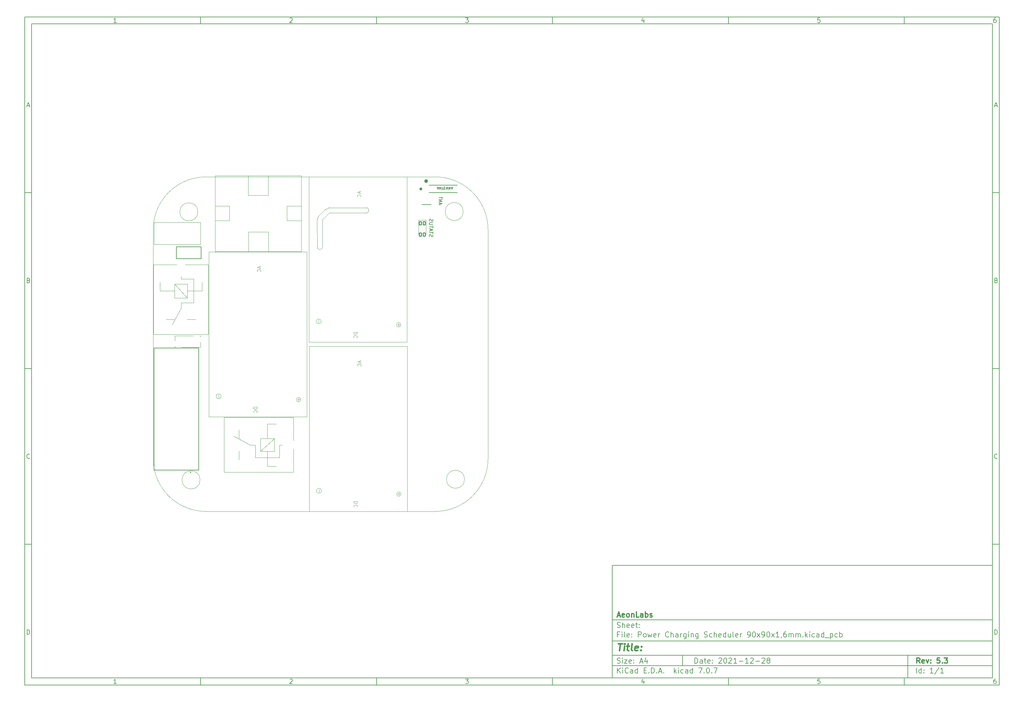
<source format=gbr>
G04 #@! TF.GenerationSoftware,KiCad,Pcbnew,7.0.7*
G04 #@! TF.CreationDate,2023-09-23T13:03:32+02:00*
G04 #@! TF.ProjectId,Power Charging Scheduler 90x90x1_6mm,506f7765-7220-4436-9861-7267696e6720,5.3*
G04 #@! TF.SameCoordinates,Original*
G04 #@! TF.FileFunction,Legend,Bot*
G04 #@! TF.FilePolarity,Positive*
%FSLAX46Y46*%
G04 Gerber Fmt 4.6, Leading zero omitted, Abs format (unit mm)*
G04 Created by KiCad (PCBNEW 7.0.7) date 2023-09-23 13:03:32*
%MOMM*%
%LPD*%
G01*
G04 APERTURE LIST*
G04 Aperture macros list*
%AMRoundRect*
0 Rectangle with rounded corners*
0 $1 Rounding radius*
0 $2 $3 $4 $5 $6 $7 $8 $9 X,Y pos of 4 corners*
0 Add a 4 corners polygon primitive as box body*
4,1,4,$2,$3,$4,$5,$6,$7,$8,$9,$2,$3,0*
0 Add four circle primitives for the rounded corners*
1,1,$1+$1,$2,$3*
1,1,$1+$1,$4,$5*
1,1,$1+$1,$6,$7*
1,1,$1+$1,$8,$9*
0 Add four rect primitives between the rounded corners*
20,1,$1+$1,$2,$3,$4,$5,0*
20,1,$1+$1,$4,$5,$6,$7,0*
20,1,$1+$1,$6,$7,$8,$9,0*
20,1,$1+$1,$8,$9,$2,$3,0*%
G04 Aperture macros list end*
%ADD10C,0.100000*%
%ADD11C,0.150000*%
%ADD12C,0.300000*%
%ADD13C,0.400000*%
%ADD14C,0.600000*%
%ADD15C,0.200000*%
%ADD16C,0.127000*%
%ADD17C,0.120000*%
%ADD18C,0.381000*%
%ADD19C,3.500000*%
%ADD20C,1.524000*%
%ADD21R,1.524000X1.524000*%
%ADD22C,3.000000*%
%ADD23O,2.100000X1.050000*%
%ADD24C,0.700000*%
%ADD25R,1.100000X2.250000*%
%ADD26R,1.050000X1.100000*%
%ADD27C,1.600000*%
%ADD28C,2.010000*%
%ADD29R,1.400000X2.100000*%
%ADD30C,2.000000*%
%ADD31RoundRect,0.124800X-0.275200X0.475200X-0.275200X-0.475200X0.275200X-0.475200X0.275200X0.475200X0*%
%ADD32C,2.500000*%
%ADD33R,2.743200X2.743200*%
%ADD34C,2.743200*%
G04 #@! TA.AperFunction,Profile*
%ADD35C,0.100000*%
G04 #@! TD*
G04 APERTURE END LIST*
D10*
D11*
X177002200Y-166007200D02*
X285002200Y-166007200D01*
X285002200Y-198007200D01*
X177002200Y-198007200D01*
X177002200Y-166007200D01*
D10*
D11*
X10000000Y-10000000D02*
X287002200Y-10000000D01*
X287002200Y-200007200D01*
X10000000Y-200007200D01*
X10000000Y-10000000D01*
D10*
D11*
X12000000Y-12000000D02*
X285002200Y-12000000D01*
X285002200Y-198007200D01*
X12000000Y-198007200D01*
X12000000Y-12000000D01*
D10*
D11*
X60000000Y-12000000D02*
X60000000Y-10000000D01*
D10*
D11*
X110000000Y-12000000D02*
X110000000Y-10000000D01*
D10*
D11*
X160000000Y-12000000D02*
X160000000Y-10000000D01*
D10*
D11*
X210000000Y-12000000D02*
X210000000Y-10000000D01*
D10*
D11*
X260000000Y-12000000D02*
X260000000Y-10000000D01*
D10*
D11*
X36089160Y-11593604D02*
X35346303Y-11593604D01*
X35717731Y-11593604D02*
X35717731Y-10293604D01*
X35717731Y-10293604D02*
X35593922Y-10479319D01*
X35593922Y-10479319D02*
X35470112Y-10603128D01*
X35470112Y-10603128D02*
X35346303Y-10665033D01*
D10*
D11*
X85346303Y-10417414D02*
X85408207Y-10355509D01*
X85408207Y-10355509D02*
X85532017Y-10293604D01*
X85532017Y-10293604D02*
X85841541Y-10293604D01*
X85841541Y-10293604D02*
X85965350Y-10355509D01*
X85965350Y-10355509D02*
X86027255Y-10417414D01*
X86027255Y-10417414D02*
X86089160Y-10541223D01*
X86089160Y-10541223D02*
X86089160Y-10665033D01*
X86089160Y-10665033D02*
X86027255Y-10850747D01*
X86027255Y-10850747D02*
X85284398Y-11593604D01*
X85284398Y-11593604D02*
X86089160Y-11593604D01*
D10*
D11*
X135284398Y-10293604D02*
X136089160Y-10293604D01*
X136089160Y-10293604D02*
X135655826Y-10788842D01*
X135655826Y-10788842D02*
X135841541Y-10788842D01*
X135841541Y-10788842D02*
X135965350Y-10850747D01*
X135965350Y-10850747D02*
X136027255Y-10912652D01*
X136027255Y-10912652D02*
X136089160Y-11036461D01*
X136089160Y-11036461D02*
X136089160Y-11345985D01*
X136089160Y-11345985D02*
X136027255Y-11469795D01*
X136027255Y-11469795D02*
X135965350Y-11531700D01*
X135965350Y-11531700D02*
X135841541Y-11593604D01*
X135841541Y-11593604D02*
X135470112Y-11593604D01*
X135470112Y-11593604D02*
X135346303Y-11531700D01*
X135346303Y-11531700D02*
X135284398Y-11469795D01*
D10*
D11*
X185965350Y-10726938D02*
X185965350Y-11593604D01*
X185655826Y-10231700D02*
X185346303Y-11160271D01*
X185346303Y-11160271D02*
X186151064Y-11160271D01*
D10*
D11*
X236027255Y-10293604D02*
X235408207Y-10293604D01*
X235408207Y-10293604D02*
X235346303Y-10912652D01*
X235346303Y-10912652D02*
X235408207Y-10850747D01*
X235408207Y-10850747D02*
X235532017Y-10788842D01*
X235532017Y-10788842D02*
X235841541Y-10788842D01*
X235841541Y-10788842D02*
X235965350Y-10850747D01*
X235965350Y-10850747D02*
X236027255Y-10912652D01*
X236027255Y-10912652D02*
X236089160Y-11036461D01*
X236089160Y-11036461D02*
X236089160Y-11345985D01*
X236089160Y-11345985D02*
X236027255Y-11469795D01*
X236027255Y-11469795D02*
X235965350Y-11531700D01*
X235965350Y-11531700D02*
X235841541Y-11593604D01*
X235841541Y-11593604D02*
X235532017Y-11593604D01*
X235532017Y-11593604D02*
X235408207Y-11531700D01*
X235408207Y-11531700D02*
X235346303Y-11469795D01*
D10*
D11*
X285965350Y-10293604D02*
X285717731Y-10293604D01*
X285717731Y-10293604D02*
X285593922Y-10355509D01*
X285593922Y-10355509D02*
X285532017Y-10417414D01*
X285532017Y-10417414D02*
X285408207Y-10603128D01*
X285408207Y-10603128D02*
X285346303Y-10850747D01*
X285346303Y-10850747D02*
X285346303Y-11345985D01*
X285346303Y-11345985D02*
X285408207Y-11469795D01*
X285408207Y-11469795D02*
X285470112Y-11531700D01*
X285470112Y-11531700D02*
X285593922Y-11593604D01*
X285593922Y-11593604D02*
X285841541Y-11593604D01*
X285841541Y-11593604D02*
X285965350Y-11531700D01*
X285965350Y-11531700D02*
X286027255Y-11469795D01*
X286027255Y-11469795D02*
X286089160Y-11345985D01*
X286089160Y-11345985D02*
X286089160Y-11036461D01*
X286089160Y-11036461D02*
X286027255Y-10912652D01*
X286027255Y-10912652D02*
X285965350Y-10850747D01*
X285965350Y-10850747D02*
X285841541Y-10788842D01*
X285841541Y-10788842D02*
X285593922Y-10788842D01*
X285593922Y-10788842D02*
X285470112Y-10850747D01*
X285470112Y-10850747D02*
X285408207Y-10912652D01*
X285408207Y-10912652D02*
X285346303Y-11036461D01*
D10*
D11*
X60000000Y-198007200D02*
X60000000Y-200007200D01*
D10*
D11*
X110000000Y-198007200D02*
X110000000Y-200007200D01*
D10*
D11*
X160000000Y-198007200D02*
X160000000Y-200007200D01*
D10*
D11*
X210000000Y-198007200D02*
X210000000Y-200007200D01*
D10*
D11*
X260000000Y-198007200D02*
X260000000Y-200007200D01*
D10*
D11*
X36089160Y-199600804D02*
X35346303Y-199600804D01*
X35717731Y-199600804D02*
X35717731Y-198300804D01*
X35717731Y-198300804D02*
X35593922Y-198486519D01*
X35593922Y-198486519D02*
X35470112Y-198610328D01*
X35470112Y-198610328D02*
X35346303Y-198672233D01*
D10*
D11*
X85346303Y-198424614D02*
X85408207Y-198362709D01*
X85408207Y-198362709D02*
X85532017Y-198300804D01*
X85532017Y-198300804D02*
X85841541Y-198300804D01*
X85841541Y-198300804D02*
X85965350Y-198362709D01*
X85965350Y-198362709D02*
X86027255Y-198424614D01*
X86027255Y-198424614D02*
X86089160Y-198548423D01*
X86089160Y-198548423D02*
X86089160Y-198672233D01*
X86089160Y-198672233D02*
X86027255Y-198857947D01*
X86027255Y-198857947D02*
X85284398Y-199600804D01*
X85284398Y-199600804D02*
X86089160Y-199600804D01*
D10*
D11*
X135284398Y-198300804D02*
X136089160Y-198300804D01*
X136089160Y-198300804D02*
X135655826Y-198796042D01*
X135655826Y-198796042D02*
X135841541Y-198796042D01*
X135841541Y-198796042D02*
X135965350Y-198857947D01*
X135965350Y-198857947D02*
X136027255Y-198919852D01*
X136027255Y-198919852D02*
X136089160Y-199043661D01*
X136089160Y-199043661D02*
X136089160Y-199353185D01*
X136089160Y-199353185D02*
X136027255Y-199476995D01*
X136027255Y-199476995D02*
X135965350Y-199538900D01*
X135965350Y-199538900D02*
X135841541Y-199600804D01*
X135841541Y-199600804D02*
X135470112Y-199600804D01*
X135470112Y-199600804D02*
X135346303Y-199538900D01*
X135346303Y-199538900D02*
X135284398Y-199476995D01*
D10*
D11*
X185965350Y-198734138D02*
X185965350Y-199600804D01*
X185655826Y-198238900D02*
X185346303Y-199167471D01*
X185346303Y-199167471D02*
X186151064Y-199167471D01*
D10*
D11*
X236027255Y-198300804D02*
X235408207Y-198300804D01*
X235408207Y-198300804D02*
X235346303Y-198919852D01*
X235346303Y-198919852D02*
X235408207Y-198857947D01*
X235408207Y-198857947D02*
X235532017Y-198796042D01*
X235532017Y-198796042D02*
X235841541Y-198796042D01*
X235841541Y-198796042D02*
X235965350Y-198857947D01*
X235965350Y-198857947D02*
X236027255Y-198919852D01*
X236027255Y-198919852D02*
X236089160Y-199043661D01*
X236089160Y-199043661D02*
X236089160Y-199353185D01*
X236089160Y-199353185D02*
X236027255Y-199476995D01*
X236027255Y-199476995D02*
X235965350Y-199538900D01*
X235965350Y-199538900D02*
X235841541Y-199600804D01*
X235841541Y-199600804D02*
X235532017Y-199600804D01*
X235532017Y-199600804D02*
X235408207Y-199538900D01*
X235408207Y-199538900D02*
X235346303Y-199476995D01*
D10*
D11*
X285965350Y-198300804D02*
X285717731Y-198300804D01*
X285717731Y-198300804D02*
X285593922Y-198362709D01*
X285593922Y-198362709D02*
X285532017Y-198424614D01*
X285532017Y-198424614D02*
X285408207Y-198610328D01*
X285408207Y-198610328D02*
X285346303Y-198857947D01*
X285346303Y-198857947D02*
X285346303Y-199353185D01*
X285346303Y-199353185D02*
X285408207Y-199476995D01*
X285408207Y-199476995D02*
X285470112Y-199538900D01*
X285470112Y-199538900D02*
X285593922Y-199600804D01*
X285593922Y-199600804D02*
X285841541Y-199600804D01*
X285841541Y-199600804D02*
X285965350Y-199538900D01*
X285965350Y-199538900D02*
X286027255Y-199476995D01*
X286027255Y-199476995D02*
X286089160Y-199353185D01*
X286089160Y-199353185D02*
X286089160Y-199043661D01*
X286089160Y-199043661D02*
X286027255Y-198919852D01*
X286027255Y-198919852D02*
X285965350Y-198857947D01*
X285965350Y-198857947D02*
X285841541Y-198796042D01*
X285841541Y-198796042D02*
X285593922Y-198796042D01*
X285593922Y-198796042D02*
X285470112Y-198857947D01*
X285470112Y-198857947D02*
X285408207Y-198919852D01*
X285408207Y-198919852D02*
X285346303Y-199043661D01*
D10*
D11*
X10000000Y-60000000D02*
X12000000Y-60000000D01*
D10*
D11*
X10000000Y-110000000D02*
X12000000Y-110000000D01*
D10*
D11*
X10000000Y-160000000D02*
X12000000Y-160000000D01*
D10*
D11*
X10690476Y-35222176D02*
X11309523Y-35222176D01*
X10566666Y-35593604D02*
X10999999Y-34293604D01*
X10999999Y-34293604D02*
X11433333Y-35593604D01*
D10*
D11*
X11092857Y-84912652D02*
X11278571Y-84974557D01*
X11278571Y-84974557D02*
X11340476Y-85036461D01*
X11340476Y-85036461D02*
X11402380Y-85160271D01*
X11402380Y-85160271D02*
X11402380Y-85345985D01*
X11402380Y-85345985D02*
X11340476Y-85469795D01*
X11340476Y-85469795D02*
X11278571Y-85531700D01*
X11278571Y-85531700D02*
X11154761Y-85593604D01*
X11154761Y-85593604D02*
X10659523Y-85593604D01*
X10659523Y-85593604D02*
X10659523Y-84293604D01*
X10659523Y-84293604D02*
X11092857Y-84293604D01*
X11092857Y-84293604D02*
X11216666Y-84355509D01*
X11216666Y-84355509D02*
X11278571Y-84417414D01*
X11278571Y-84417414D02*
X11340476Y-84541223D01*
X11340476Y-84541223D02*
X11340476Y-84665033D01*
X11340476Y-84665033D02*
X11278571Y-84788842D01*
X11278571Y-84788842D02*
X11216666Y-84850747D01*
X11216666Y-84850747D02*
X11092857Y-84912652D01*
X11092857Y-84912652D02*
X10659523Y-84912652D01*
D10*
D11*
X11402380Y-135469795D02*
X11340476Y-135531700D01*
X11340476Y-135531700D02*
X11154761Y-135593604D01*
X11154761Y-135593604D02*
X11030952Y-135593604D01*
X11030952Y-135593604D02*
X10845238Y-135531700D01*
X10845238Y-135531700D02*
X10721428Y-135407890D01*
X10721428Y-135407890D02*
X10659523Y-135284080D01*
X10659523Y-135284080D02*
X10597619Y-135036461D01*
X10597619Y-135036461D02*
X10597619Y-134850747D01*
X10597619Y-134850747D02*
X10659523Y-134603128D01*
X10659523Y-134603128D02*
X10721428Y-134479319D01*
X10721428Y-134479319D02*
X10845238Y-134355509D01*
X10845238Y-134355509D02*
X11030952Y-134293604D01*
X11030952Y-134293604D02*
X11154761Y-134293604D01*
X11154761Y-134293604D02*
X11340476Y-134355509D01*
X11340476Y-134355509D02*
X11402380Y-134417414D01*
D10*
D11*
X10659523Y-185593604D02*
X10659523Y-184293604D01*
X10659523Y-184293604D02*
X10969047Y-184293604D01*
X10969047Y-184293604D02*
X11154761Y-184355509D01*
X11154761Y-184355509D02*
X11278571Y-184479319D01*
X11278571Y-184479319D02*
X11340476Y-184603128D01*
X11340476Y-184603128D02*
X11402380Y-184850747D01*
X11402380Y-184850747D02*
X11402380Y-185036461D01*
X11402380Y-185036461D02*
X11340476Y-185284080D01*
X11340476Y-185284080D02*
X11278571Y-185407890D01*
X11278571Y-185407890D02*
X11154761Y-185531700D01*
X11154761Y-185531700D02*
X10969047Y-185593604D01*
X10969047Y-185593604D02*
X10659523Y-185593604D01*
D10*
D11*
X287002200Y-60000000D02*
X285002200Y-60000000D01*
D10*
D11*
X287002200Y-110000000D02*
X285002200Y-110000000D01*
D10*
D11*
X287002200Y-160000000D02*
X285002200Y-160000000D01*
D10*
D11*
X285692676Y-35222176D02*
X286311723Y-35222176D01*
X285568866Y-35593604D02*
X286002199Y-34293604D01*
X286002199Y-34293604D02*
X286435533Y-35593604D01*
D10*
D11*
X286095057Y-84912652D02*
X286280771Y-84974557D01*
X286280771Y-84974557D02*
X286342676Y-85036461D01*
X286342676Y-85036461D02*
X286404580Y-85160271D01*
X286404580Y-85160271D02*
X286404580Y-85345985D01*
X286404580Y-85345985D02*
X286342676Y-85469795D01*
X286342676Y-85469795D02*
X286280771Y-85531700D01*
X286280771Y-85531700D02*
X286156961Y-85593604D01*
X286156961Y-85593604D02*
X285661723Y-85593604D01*
X285661723Y-85593604D02*
X285661723Y-84293604D01*
X285661723Y-84293604D02*
X286095057Y-84293604D01*
X286095057Y-84293604D02*
X286218866Y-84355509D01*
X286218866Y-84355509D02*
X286280771Y-84417414D01*
X286280771Y-84417414D02*
X286342676Y-84541223D01*
X286342676Y-84541223D02*
X286342676Y-84665033D01*
X286342676Y-84665033D02*
X286280771Y-84788842D01*
X286280771Y-84788842D02*
X286218866Y-84850747D01*
X286218866Y-84850747D02*
X286095057Y-84912652D01*
X286095057Y-84912652D02*
X285661723Y-84912652D01*
D10*
D11*
X286404580Y-135469795D02*
X286342676Y-135531700D01*
X286342676Y-135531700D02*
X286156961Y-135593604D01*
X286156961Y-135593604D02*
X286033152Y-135593604D01*
X286033152Y-135593604D02*
X285847438Y-135531700D01*
X285847438Y-135531700D02*
X285723628Y-135407890D01*
X285723628Y-135407890D02*
X285661723Y-135284080D01*
X285661723Y-135284080D02*
X285599819Y-135036461D01*
X285599819Y-135036461D02*
X285599819Y-134850747D01*
X285599819Y-134850747D02*
X285661723Y-134603128D01*
X285661723Y-134603128D02*
X285723628Y-134479319D01*
X285723628Y-134479319D02*
X285847438Y-134355509D01*
X285847438Y-134355509D02*
X286033152Y-134293604D01*
X286033152Y-134293604D02*
X286156961Y-134293604D01*
X286156961Y-134293604D02*
X286342676Y-134355509D01*
X286342676Y-134355509D02*
X286404580Y-134417414D01*
D10*
D11*
X285661723Y-185593604D02*
X285661723Y-184293604D01*
X285661723Y-184293604D02*
X285971247Y-184293604D01*
X285971247Y-184293604D02*
X286156961Y-184355509D01*
X286156961Y-184355509D02*
X286280771Y-184479319D01*
X286280771Y-184479319D02*
X286342676Y-184603128D01*
X286342676Y-184603128D02*
X286404580Y-184850747D01*
X286404580Y-184850747D02*
X286404580Y-185036461D01*
X286404580Y-185036461D02*
X286342676Y-185284080D01*
X286342676Y-185284080D02*
X286280771Y-185407890D01*
X286280771Y-185407890D02*
X286156961Y-185531700D01*
X286156961Y-185531700D02*
X285971247Y-185593604D01*
X285971247Y-185593604D02*
X285661723Y-185593604D01*
D10*
D11*
X200458026Y-193793328D02*
X200458026Y-192293328D01*
X200458026Y-192293328D02*
X200815169Y-192293328D01*
X200815169Y-192293328D02*
X201029455Y-192364757D01*
X201029455Y-192364757D02*
X201172312Y-192507614D01*
X201172312Y-192507614D02*
X201243741Y-192650471D01*
X201243741Y-192650471D02*
X201315169Y-192936185D01*
X201315169Y-192936185D02*
X201315169Y-193150471D01*
X201315169Y-193150471D02*
X201243741Y-193436185D01*
X201243741Y-193436185D02*
X201172312Y-193579042D01*
X201172312Y-193579042D02*
X201029455Y-193721900D01*
X201029455Y-193721900D02*
X200815169Y-193793328D01*
X200815169Y-193793328D02*
X200458026Y-193793328D01*
X202600884Y-193793328D02*
X202600884Y-193007614D01*
X202600884Y-193007614D02*
X202529455Y-192864757D01*
X202529455Y-192864757D02*
X202386598Y-192793328D01*
X202386598Y-192793328D02*
X202100884Y-192793328D01*
X202100884Y-192793328D02*
X201958026Y-192864757D01*
X202600884Y-193721900D02*
X202458026Y-193793328D01*
X202458026Y-193793328D02*
X202100884Y-193793328D01*
X202100884Y-193793328D02*
X201958026Y-193721900D01*
X201958026Y-193721900D02*
X201886598Y-193579042D01*
X201886598Y-193579042D02*
X201886598Y-193436185D01*
X201886598Y-193436185D02*
X201958026Y-193293328D01*
X201958026Y-193293328D02*
X202100884Y-193221900D01*
X202100884Y-193221900D02*
X202458026Y-193221900D01*
X202458026Y-193221900D02*
X202600884Y-193150471D01*
X203100884Y-192793328D02*
X203672312Y-192793328D01*
X203315169Y-192293328D02*
X203315169Y-193579042D01*
X203315169Y-193579042D02*
X203386598Y-193721900D01*
X203386598Y-193721900D02*
X203529455Y-193793328D01*
X203529455Y-193793328D02*
X203672312Y-193793328D01*
X204743741Y-193721900D02*
X204600884Y-193793328D01*
X204600884Y-193793328D02*
X204315170Y-193793328D01*
X204315170Y-193793328D02*
X204172312Y-193721900D01*
X204172312Y-193721900D02*
X204100884Y-193579042D01*
X204100884Y-193579042D02*
X204100884Y-193007614D01*
X204100884Y-193007614D02*
X204172312Y-192864757D01*
X204172312Y-192864757D02*
X204315170Y-192793328D01*
X204315170Y-192793328D02*
X204600884Y-192793328D01*
X204600884Y-192793328D02*
X204743741Y-192864757D01*
X204743741Y-192864757D02*
X204815170Y-193007614D01*
X204815170Y-193007614D02*
X204815170Y-193150471D01*
X204815170Y-193150471D02*
X204100884Y-193293328D01*
X205458026Y-193650471D02*
X205529455Y-193721900D01*
X205529455Y-193721900D02*
X205458026Y-193793328D01*
X205458026Y-193793328D02*
X205386598Y-193721900D01*
X205386598Y-193721900D02*
X205458026Y-193650471D01*
X205458026Y-193650471D02*
X205458026Y-193793328D01*
X205458026Y-192864757D02*
X205529455Y-192936185D01*
X205529455Y-192936185D02*
X205458026Y-193007614D01*
X205458026Y-193007614D02*
X205386598Y-192936185D01*
X205386598Y-192936185D02*
X205458026Y-192864757D01*
X205458026Y-192864757D02*
X205458026Y-193007614D01*
X207243741Y-192436185D02*
X207315169Y-192364757D01*
X207315169Y-192364757D02*
X207458027Y-192293328D01*
X207458027Y-192293328D02*
X207815169Y-192293328D01*
X207815169Y-192293328D02*
X207958027Y-192364757D01*
X207958027Y-192364757D02*
X208029455Y-192436185D01*
X208029455Y-192436185D02*
X208100884Y-192579042D01*
X208100884Y-192579042D02*
X208100884Y-192721900D01*
X208100884Y-192721900D02*
X208029455Y-192936185D01*
X208029455Y-192936185D02*
X207172312Y-193793328D01*
X207172312Y-193793328D02*
X208100884Y-193793328D01*
X209029455Y-192293328D02*
X209172312Y-192293328D01*
X209172312Y-192293328D02*
X209315169Y-192364757D01*
X209315169Y-192364757D02*
X209386598Y-192436185D01*
X209386598Y-192436185D02*
X209458026Y-192579042D01*
X209458026Y-192579042D02*
X209529455Y-192864757D01*
X209529455Y-192864757D02*
X209529455Y-193221900D01*
X209529455Y-193221900D02*
X209458026Y-193507614D01*
X209458026Y-193507614D02*
X209386598Y-193650471D01*
X209386598Y-193650471D02*
X209315169Y-193721900D01*
X209315169Y-193721900D02*
X209172312Y-193793328D01*
X209172312Y-193793328D02*
X209029455Y-193793328D01*
X209029455Y-193793328D02*
X208886598Y-193721900D01*
X208886598Y-193721900D02*
X208815169Y-193650471D01*
X208815169Y-193650471D02*
X208743740Y-193507614D01*
X208743740Y-193507614D02*
X208672312Y-193221900D01*
X208672312Y-193221900D02*
X208672312Y-192864757D01*
X208672312Y-192864757D02*
X208743740Y-192579042D01*
X208743740Y-192579042D02*
X208815169Y-192436185D01*
X208815169Y-192436185D02*
X208886598Y-192364757D01*
X208886598Y-192364757D02*
X209029455Y-192293328D01*
X210100883Y-192436185D02*
X210172311Y-192364757D01*
X210172311Y-192364757D02*
X210315169Y-192293328D01*
X210315169Y-192293328D02*
X210672311Y-192293328D01*
X210672311Y-192293328D02*
X210815169Y-192364757D01*
X210815169Y-192364757D02*
X210886597Y-192436185D01*
X210886597Y-192436185D02*
X210958026Y-192579042D01*
X210958026Y-192579042D02*
X210958026Y-192721900D01*
X210958026Y-192721900D02*
X210886597Y-192936185D01*
X210886597Y-192936185D02*
X210029454Y-193793328D01*
X210029454Y-193793328D02*
X210958026Y-193793328D01*
X212386597Y-193793328D02*
X211529454Y-193793328D01*
X211958025Y-193793328D02*
X211958025Y-192293328D01*
X211958025Y-192293328D02*
X211815168Y-192507614D01*
X211815168Y-192507614D02*
X211672311Y-192650471D01*
X211672311Y-192650471D02*
X211529454Y-192721900D01*
X213029453Y-193221900D02*
X214172311Y-193221900D01*
X215672311Y-193793328D02*
X214815168Y-193793328D01*
X215243739Y-193793328D02*
X215243739Y-192293328D01*
X215243739Y-192293328D02*
X215100882Y-192507614D01*
X215100882Y-192507614D02*
X214958025Y-192650471D01*
X214958025Y-192650471D02*
X214815168Y-192721900D01*
X216243739Y-192436185D02*
X216315167Y-192364757D01*
X216315167Y-192364757D02*
X216458025Y-192293328D01*
X216458025Y-192293328D02*
X216815167Y-192293328D01*
X216815167Y-192293328D02*
X216958025Y-192364757D01*
X216958025Y-192364757D02*
X217029453Y-192436185D01*
X217029453Y-192436185D02*
X217100882Y-192579042D01*
X217100882Y-192579042D02*
X217100882Y-192721900D01*
X217100882Y-192721900D02*
X217029453Y-192936185D01*
X217029453Y-192936185D02*
X216172310Y-193793328D01*
X216172310Y-193793328D02*
X217100882Y-193793328D01*
X217743738Y-193221900D02*
X218886596Y-193221900D01*
X219529453Y-192436185D02*
X219600881Y-192364757D01*
X219600881Y-192364757D02*
X219743739Y-192293328D01*
X219743739Y-192293328D02*
X220100881Y-192293328D01*
X220100881Y-192293328D02*
X220243739Y-192364757D01*
X220243739Y-192364757D02*
X220315167Y-192436185D01*
X220315167Y-192436185D02*
X220386596Y-192579042D01*
X220386596Y-192579042D02*
X220386596Y-192721900D01*
X220386596Y-192721900D02*
X220315167Y-192936185D01*
X220315167Y-192936185D02*
X219458024Y-193793328D01*
X219458024Y-193793328D02*
X220386596Y-193793328D01*
X221243738Y-192936185D02*
X221100881Y-192864757D01*
X221100881Y-192864757D02*
X221029452Y-192793328D01*
X221029452Y-192793328D02*
X220958024Y-192650471D01*
X220958024Y-192650471D02*
X220958024Y-192579042D01*
X220958024Y-192579042D02*
X221029452Y-192436185D01*
X221029452Y-192436185D02*
X221100881Y-192364757D01*
X221100881Y-192364757D02*
X221243738Y-192293328D01*
X221243738Y-192293328D02*
X221529452Y-192293328D01*
X221529452Y-192293328D02*
X221672310Y-192364757D01*
X221672310Y-192364757D02*
X221743738Y-192436185D01*
X221743738Y-192436185D02*
X221815167Y-192579042D01*
X221815167Y-192579042D02*
X221815167Y-192650471D01*
X221815167Y-192650471D02*
X221743738Y-192793328D01*
X221743738Y-192793328D02*
X221672310Y-192864757D01*
X221672310Y-192864757D02*
X221529452Y-192936185D01*
X221529452Y-192936185D02*
X221243738Y-192936185D01*
X221243738Y-192936185D02*
X221100881Y-193007614D01*
X221100881Y-193007614D02*
X221029452Y-193079042D01*
X221029452Y-193079042D02*
X220958024Y-193221900D01*
X220958024Y-193221900D02*
X220958024Y-193507614D01*
X220958024Y-193507614D02*
X221029452Y-193650471D01*
X221029452Y-193650471D02*
X221100881Y-193721900D01*
X221100881Y-193721900D02*
X221243738Y-193793328D01*
X221243738Y-193793328D02*
X221529452Y-193793328D01*
X221529452Y-193793328D02*
X221672310Y-193721900D01*
X221672310Y-193721900D02*
X221743738Y-193650471D01*
X221743738Y-193650471D02*
X221815167Y-193507614D01*
X221815167Y-193507614D02*
X221815167Y-193221900D01*
X221815167Y-193221900D02*
X221743738Y-193079042D01*
X221743738Y-193079042D02*
X221672310Y-193007614D01*
X221672310Y-193007614D02*
X221529452Y-192936185D01*
D10*
D11*
X177002200Y-194507200D02*
X285002200Y-194507200D01*
D10*
D11*
X178458026Y-196593328D02*
X178458026Y-195093328D01*
X179315169Y-196593328D02*
X178672312Y-195736185D01*
X179315169Y-195093328D02*
X178458026Y-195950471D01*
X179958026Y-196593328D02*
X179958026Y-195593328D01*
X179958026Y-195093328D02*
X179886598Y-195164757D01*
X179886598Y-195164757D02*
X179958026Y-195236185D01*
X179958026Y-195236185D02*
X180029455Y-195164757D01*
X180029455Y-195164757D02*
X179958026Y-195093328D01*
X179958026Y-195093328D02*
X179958026Y-195236185D01*
X181529455Y-196450471D02*
X181458027Y-196521900D01*
X181458027Y-196521900D02*
X181243741Y-196593328D01*
X181243741Y-196593328D02*
X181100884Y-196593328D01*
X181100884Y-196593328D02*
X180886598Y-196521900D01*
X180886598Y-196521900D02*
X180743741Y-196379042D01*
X180743741Y-196379042D02*
X180672312Y-196236185D01*
X180672312Y-196236185D02*
X180600884Y-195950471D01*
X180600884Y-195950471D02*
X180600884Y-195736185D01*
X180600884Y-195736185D02*
X180672312Y-195450471D01*
X180672312Y-195450471D02*
X180743741Y-195307614D01*
X180743741Y-195307614D02*
X180886598Y-195164757D01*
X180886598Y-195164757D02*
X181100884Y-195093328D01*
X181100884Y-195093328D02*
X181243741Y-195093328D01*
X181243741Y-195093328D02*
X181458027Y-195164757D01*
X181458027Y-195164757D02*
X181529455Y-195236185D01*
X182815170Y-196593328D02*
X182815170Y-195807614D01*
X182815170Y-195807614D02*
X182743741Y-195664757D01*
X182743741Y-195664757D02*
X182600884Y-195593328D01*
X182600884Y-195593328D02*
X182315170Y-195593328D01*
X182315170Y-195593328D02*
X182172312Y-195664757D01*
X182815170Y-196521900D02*
X182672312Y-196593328D01*
X182672312Y-196593328D02*
X182315170Y-196593328D01*
X182315170Y-196593328D02*
X182172312Y-196521900D01*
X182172312Y-196521900D02*
X182100884Y-196379042D01*
X182100884Y-196379042D02*
X182100884Y-196236185D01*
X182100884Y-196236185D02*
X182172312Y-196093328D01*
X182172312Y-196093328D02*
X182315170Y-196021900D01*
X182315170Y-196021900D02*
X182672312Y-196021900D01*
X182672312Y-196021900D02*
X182815170Y-195950471D01*
X184172313Y-196593328D02*
X184172313Y-195093328D01*
X184172313Y-196521900D02*
X184029455Y-196593328D01*
X184029455Y-196593328D02*
X183743741Y-196593328D01*
X183743741Y-196593328D02*
X183600884Y-196521900D01*
X183600884Y-196521900D02*
X183529455Y-196450471D01*
X183529455Y-196450471D02*
X183458027Y-196307614D01*
X183458027Y-196307614D02*
X183458027Y-195879042D01*
X183458027Y-195879042D02*
X183529455Y-195736185D01*
X183529455Y-195736185D02*
X183600884Y-195664757D01*
X183600884Y-195664757D02*
X183743741Y-195593328D01*
X183743741Y-195593328D02*
X184029455Y-195593328D01*
X184029455Y-195593328D02*
X184172313Y-195664757D01*
X186029455Y-195807614D02*
X186529455Y-195807614D01*
X186743741Y-196593328D02*
X186029455Y-196593328D01*
X186029455Y-196593328D02*
X186029455Y-195093328D01*
X186029455Y-195093328D02*
X186743741Y-195093328D01*
X187386598Y-196450471D02*
X187458027Y-196521900D01*
X187458027Y-196521900D02*
X187386598Y-196593328D01*
X187386598Y-196593328D02*
X187315170Y-196521900D01*
X187315170Y-196521900D02*
X187386598Y-196450471D01*
X187386598Y-196450471D02*
X187386598Y-196593328D01*
X188100884Y-196593328D02*
X188100884Y-195093328D01*
X188100884Y-195093328D02*
X188458027Y-195093328D01*
X188458027Y-195093328D02*
X188672313Y-195164757D01*
X188672313Y-195164757D02*
X188815170Y-195307614D01*
X188815170Y-195307614D02*
X188886599Y-195450471D01*
X188886599Y-195450471D02*
X188958027Y-195736185D01*
X188958027Y-195736185D02*
X188958027Y-195950471D01*
X188958027Y-195950471D02*
X188886599Y-196236185D01*
X188886599Y-196236185D02*
X188815170Y-196379042D01*
X188815170Y-196379042D02*
X188672313Y-196521900D01*
X188672313Y-196521900D02*
X188458027Y-196593328D01*
X188458027Y-196593328D02*
X188100884Y-196593328D01*
X189600884Y-196450471D02*
X189672313Y-196521900D01*
X189672313Y-196521900D02*
X189600884Y-196593328D01*
X189600884Y-196593328D02*
X189529456Y-196521900D01*
X189529456Y-196521900D02*
X189600884Y-196450471D01*
X189600884Y-196450471D02*
X189600884Y-196593328D01*
X190243742Y-196164757D02*
X190958028Y-196164757D01*
X190100885Y-196593328D02*
X190600885Y-195093328D01*
X190600885Y-195093328D02*
X191100885Y-196593328D01*
X191600884Y-196450471D02*
X191672313Y-196521900D01*
X191672313Y-196521900D02*
X191600884Y-196593328D01*
X191600884Y-196593328D02*
X191529456Y-196521900D01*
X191529456Y-196521900D02*
X191600884Y-196450471D01*
X191600884Y-196450471D02*
X191600884Y-196593328D01*
X194600884Y-196593328D02*
X194600884Y-195093328D01*
X194743742Y-196021900D02*
X195172313Y-196593328D01*
X195172313Y-195593328D02*
X194600884Y-196164757D01*
X195815170Y-196593328D02*
X195815170Y-195593328D01*
X195815170Y-195093328D02*
X195743742Y-195164757D01*
X195743742Y-195164757D02*
X195815170Y-195236185D01*
X195815170Y-195236185D02*
X195886599Y-195164757D01*
X195886599Y-195164757D02*
X195815170Y-195093328D01*
X195815170Y-195093328D02*
X195815170Y-195236185D01*
X197172314Y-196521900D02*
X197029456Y-196593328D01*
X197029456Y-196593328D02*
X196743742Y-196593328D01*
X196743742Y-196593328D02*
X196600885Y-196521900D01*
X196600885Y-196521900D02*
X196529456Y-196450471D01*
X196529456Y-196450471D02*
X196458028Y-196307614D01*
X196458028Y-196307614D02*
X196458028Y-195879042D01*
X196458028Y-195879042D02*
X196529456Y-195736185D01*
X196529456Y-195736185D02*
X196600885Y-195664757D01*
X196600885Y-195664757D02*
X196743742Y-195593328D01*
X196743742Y-195593328D02*
X197029456Y-195593328D01*
X197029456Y-195593328D02*
X197172314Y-195664757D01*
X198458028Y-196593328D02*
X198458028Y-195807614D01*
X198458028Y-195807614D02*
X198386599Y-195664757D01*
X198386599Y-195664757D02*
X198243742Y-195593328D01*
X198243742Y-195593328D02*
X197958028Y-195593328D01*
X197958028Y-195593328D02*
X197815170Y-195664757D01*
X198458028Y-196521900D02*
X198315170Y-196593328D01*
X198315170Y-196593328D02*
X197958028Y-196593328D01*
X197958028Y-196593328D02*
X197815170Y-196521900D01*
X197815170Y-196521900D02*
X197743742Y-196379042D01*
X197743742Y-196379042D02*
X197743742Y-196236185D01*
X197743742Y-196236185D02*
X197815170Y-196093328D01*
X197815170Y-196093328D02*
X197958028Y-196021900D01*
X197958028Y-196021900D02*
X198315170Y-196021900D01*
X198315170Y-196021900D02*
X198458028Y-195950471D01*
X199815171Y-196593328D02*
X199815171Y-195093328D01*
X199815171Y-196521900D02*
X199672313Y-196593328D01*
X199672313Y-196593328D02*
X199386599Y-196593328D01*
X199386599Y-196593328D02*
X199243742Y-196521900D01*
X199243742Y-196521900D02*
X199172313Y-196450471D01*
X199172313Y-196450471D02*
X199100885Y-196307614D01*
X199100885Y-196307614D02*
X199100885Y-195879042D01*
X199100885Y-195879042D02*
X199172313Y-195736185D01*
X199172313Y-195736185D02*
X199243742Y-195664757D01*
X199243742Y-195664757D02*
X199386599Y-195593328D01*
X199386599Y-195593328D02*
X199672313Y-195593328D01*
X199672313Y-195593328D02*
X199815171Y-195664757D01*
X201529456Y-195093328D02*
X202529456Y-195093328D01*
X202529456Y-195093328D02*
X201886599Y-196593328D01*
X203100884Y-196450471D02*
X203172313Y-196521900D01*
X203172313Y-196521900D02*
X203100884Y-196593328D01*
X203100884Y-196593328D02*
X203029456Y-196521900D01*
X203029456Y-196521900D02*
X203100884Y-196450471D01*
X203100884Y-196450471D02*
X203100884Y-196593328D01*
X204100885Y-195093328D02*
X204243742Y-195093328D01*
X204243742Y-195093328D02*
X204386599Y-195164757D01*
X204386599Y-195164757D02*
X204458028Y-195236185D01*
X204458028Y-195236185D02*
X204529456Y-195379042D01*
X204529456Y-195379042D02*
X204600885Y-195664757D01*
X204600885Y-195664757D02*
X204600885Y-196021900D01*
X204600885Y-196021900D02*
X204529456Y-196307614D01*
X204529456Y-196307614D02*
X204458028Y-196450471D01*
X204458028Y-196450471D02*
X204386599Y-196521900D01*
X204386599Y-196521900D02*
X204243742Y-196593328D01*
X204243742Y-196593328D02*
X204100885Y-196593328D01*
X204100885Y-196593328D02*
X203958028Y-196521900D01*
X203958028Y-196521900D02*
X203886599Y-196450471D01*
X203886599Y-196450471D02*
X203815170Y-196307614D01*
X203815170Y-196307614D02*
X203743742Y-196021900D01*
X203743742Y-196021900D02*
X203743742Y-195664757D01*
X203743742Y-195664757D02*
X203815170Y-195379042D01*
X203815170Y-195379042D02*
X203886599Y-195236185D01*
X203886599Y-195236185D02*
X203958028Y-195164757D01*
X203958028Y-195164757D02*
X204100885Y-195093328D01*
X205243741Y-196450471D02*
X205315170Y-196521900D01*
X205315170Y-196521900D02*
X205243741Y-196593328D01*
X205243741Y-196593328D02*
X205172313Y-196521900D01*
X205172313Y-196521900D02*
X205243741Y-196450471D01*
X205243741Y-196450471D02*
X205243741Y-196593328D01*
X205815170Y-195093328D02*
X206815170Y-195093328D01*
X206815170Y-195093328D02*
X206172313Y-196593328D01*
D10*
D11*
X177002200Y-191507200D02*
X285002200Y-191507200D01*
D10*
D12*
X264413853Y-193785528D02*
X263913853Y-193071242D01*
X263556710Y-193785528D02*
X263556710Y-192285528D01*
X263556710Y-192285528D02*
X264128139Y-192285528D01*
X264128139Y-192285528D02*
X264270996Y-192356957D01*
X264270996Y-192356957D02*
X264342425Y-192428385D01*
X264342425Y-192428385D02*
X264413853Y-192571242D01*
X264413853Y-192571242D02*
X264413853Y-192785528D01*
X264413853Y-192785528D02*
X264342425Y-192928385D01*
X264342425Y-192928385D02*
X264270996Y-192999814D01*
X264270996Y-192999814D02*
X264128139Y-193071242D01*
X264128139Y-193071242D02*
X263556710Y-193071242D01*
X265628139Y-193714100D02*
X265485282Y-193785528D01*
X265485282Y-193785528D02*
X265199568Y-193785528D01*
X265199568Y-193785528D02*
X265056710Y-193714100D01*
X265056710Y-193714100D02*
X264985282Y-193571242D01*
X264985282Y-193571242D02*
X264985282Y-192999814D01*
X264985282Y-192999814D02*
X265056710Y-192856957D01*
X265056710Y-192856957D02*
X265199568Y-192785528D01*
X265199568Y-192785528D02*
X265485282Y-192785528D01*
X265485282Y-192785528D02*
X265628139Y-192856957D01*
X265628139Y-192856957D02*
X265699568Y-192999814D01*
X265699568Y-192999814D02*
X265699568Y-193142671D01*
X265699568Y-193142671D02*
X264985282Y-193285528D01*
X266199567Y-192785528D02*
X266556710Y-193785528D01*
X266556710Y-193785528D02*
X266913853Y-192785528D01*
X267485281Y-193642671D02*
X267556710Y-193714100D01*
X267556710Y-193714100D02*
X267485281Y-193785528D01*
X267485281Y-193785528D02*
X267413853Y-193714100D01*
X267413853Y-193714100D02*
X267485281Y-193642671D01*
X267485281Y-193642671D02*
X267485281Y-193785528D01*
X267485281Y-192856957D02*
X267556710Y-192928385D01*
X267556710Y-192928385D02*
X267485281Y-192999814D01*
X267485281Y-192999814D02*
X267413853Y-192928385D01*
X267413853Y-192928385D02*
X267485281Y-192856957D01*
X267485281Y-192856957D02*
X267485281Y-192999814D01*
X270056710Y-192285528D02*
X269342424Y-192285528D01*
X269342424Y-192285528D02*
X269270996Y-192999814D01*
X269270996Y-192999814D02*
X269342424Y-192928385D01*
X269342424Y-192928385D02*
X269485282Y-192856957D01*
X269485282Y-192856957D02*
X269842424Y-192856957D01*
X269842424Y-192856957D02*
X269985282Y-192928385D01*
X269985282Y-192928385D02*
X270056710Y-192999814D01*
X270056710Y-192999814D02*
X270128139Y-193142671D01*
X270128139Y-193142671D02*
X270128139Y-193499814D01*
X270128139Y-193499814D02*
X270056710Y-193642671D01*
X270056710Y-193642671D02*
X269985282Y-193714100D01*
X269985282Y-193714100D02*
X269842424Y-193785528D01*
X269842424Y-193785528D02*
X269485282Y-193785528D01*
X269485282Y-193785528D02*
X269342424Y-193714100D01*
X269342424Y-193714100D02*
X269270996Y-193642671D01*
X270770995Y-193642671D02*
X270842424Y-193714100D01*
X270842424Y-193714100D02*
X270770995Y-193785528D01*
X270770995Y-193785528D02*
X270699567Y-193714100D01*
X270699567Y-193714100D02*
X270770995Y-193642671D01*
X270770995Y-193642671D02*
X270770995Y-193785528D01*
X271342424Y-192285528D02*
X272270996Y-192285528D01*
X272270996Y-192285528D02*
X271770996Y-192856957D01*
X271770996Y-192856957D02*
X271985281Y-192856957D01*
X271985281Y-192856957D02*
X272128139Y-192928385D01*
X272128139Y-192928385D02*
X272199567Y-192999814D01*
X272199567Y-192999814D02*
X272270996Y-193142671D01*
X272270996Y-193142671D02*
X272270996Y-193499814D01*
X272270996Y-193499814D02*
X272199567Y-193642671D01*
X272199567Y-193642671D02*
X272128139Y-193714100D01*
X272128139Y-193714100D02*
X271985281Y-193785528D01*
X271985281Y-193785528D02*
X271556710Y-193785528D01*
X271556710Y-193785528D02*
X271413853Y-193714100D01*
X271413853Y-193714100D02*
X271342424Y-193642671D01*
D10*
D11*
X178386598Y-193721900D02*
X178600884Y-193793328D01*
X178600884Y-193793328D02*
X178958026Y-193793328D01*
X178958026Y-193793328D02*
X179100884Y-193721900D01*
X179100884Y-193721900D02*
X179172312Y-193650471D01*
X179172312Y-193650471D02*
X179243741Y-193507614D01*
X179243741Y-193507614D02*
X179243741Y-193364757D01*
X179243741Y-193364757D02*
X179172312Y-193221900D01*
X179172312Y-193221900D02*
X179100884Y-193150471D01*
X179100884Y-193150471D02*
X178958026Y-193079042D01*
X178958026Y-193079042D02*
X178672312Y-193007614D01*
X178672312Y-193007614D02*
X178529455Y-192936185D01*
X178529455Y-192936185D02*
X178458026Y-192864757D01*
X178458026Y-192864757D02*
X178386598Y-192721900D01*
X178386598Y-192721900D02*
X178386598Y-192579042D01*
X178386598Y-192579042D02*
X178458026Y-192436185D01*
X178458026Y-192436185D02*
X178529455Y-192364757D01*
X178529455Y-192364757D02*
X178672312Y-192293328D01*
X178672312Y-192293328D02*
X179029455Y-192293328D01*
X179029455Y-192293328D02*
X179243741Y-192364757D01*
X179886597Y-193793328D02*
X179886597Y-192793328D01*
X179886597Y-192293328D02*
X179815169Y-192364757D01*
X179815169Y-192364757D02*
X179886597Y-192436185D01*
X179886597Y-192436185D02*
X179958026Y-192364757D01*
X179958026Y-192364757D02*
X179886597Y-192293328D01*
X179886597Y-192293328D02*
X179886597Y-192436185D01*
X180458026Y-192793328D02*
X181243741Y-192793328D01*
X181243741Y-192793328D02*
X180458026Y-193793328D01*
X180458026Y-193793328D02*
X181243741Y-193793328D01*
X182386598Y-193721900D02*
X182243741Y-193793328D01*
X182243741Y-193793328D02*
X181958027Y-193793328D01*
X181958027Y-193793328D02*
X181815169Y-193721900D01*
X181815169Y-193721900D02*
X181743741Y-193579042D01*
X181743741Y-193579042D02*
X181743741Y-193007614D01*
X181743741Y-193007614D02*
X181815169Y-192864757D01*
X181815169Y-192864757D02*
X181958027Y-192793328D01*
X181958027Y-192793328D02*
X182243741Y-192793328D01*
X182243741Y-192793328D02*
X182386598Y-192864757D01*
X182386598Y-192864757D02*
X182458027Y-193007614D01*
X182458027Y-193007614D02*
X182458027Y-193150471D01*
X182458027Y-193150471D02*
X181743741Y-193293328D01*
X183100883Y-193650471D02*
X183172312Y-193721900D01*
X183172312Y-193721900D02*
X183100883Y-193793328D01*
X183100883Y-193793328D02*
X183029455Y-193721900D01*
X183029455Y-193721900D02*
X183100883Y-193650471D01*
X183100883Y-193650471D02*
X183100883Y-193793328D01*
X183100883Y-192864757D02*
X183172312Y-192936185D01*
X183172312Y-192936185D02*
X183100883Y-193007614D01*
X183100883Y-193007614D02*
X183029455Y-192936185D01*
X183029455Y-192936185D02*
X183100883Y-192864757D01*
X183100883Y-192864757D02*
X183100883Y-193007614D01*
X184886598Y-193364757D02*
X185600884Y-193364757D01*
X184743741Y-193793328D02*
X185243741Y-192293328D01*
X185243741Y-192293328D02*
X185743741Y-193793328D01*
X186886598Y-192793328D02*
X186886598Y-193793328D01*
X186529455Y-192221900D02*
X186172312Y-193293328D01*
X186172312Y-193293328D02*
X187100883Y-193293328D01*
D10*
D11*
X263458026Y-196593328D02*
X263458026Y-195093328D01*
X264815170Y-196593328D02*
X264815170Y-195093328D01*
X264815170Y-196521900D02*
X264672312Y-196593328D01*
X264672312Y-196593328D02*
X264386598Y-196593328D01*
X264386598Y-196593328D02*
X264243741Y-196521900D01*
X264243741Y-196521900D02*
X264172312Y-196450471D01*
X264172312Y-196450471D02*
X264100884Y-196307614D01*
X264100884Y-196307614D02*
X264100884Y-195879042D01*
X264100884Y-195879042D02*
X264172312Y-195736185D01*
X264172312Y-195736185D02*
X264243741Y-195664757D01*
X264243741Y-195664757D02*
X264386598Y-195593328D01*
X264386598Y-195593328D02*
X264672312Y-195593328D01*
X264672312Y-195593328D02*
X264815170Y-195664757D01*
X265529455Y-196450471D02*
X265600884Y-196521900D01*
X265600884Y-196521900D02*
X265529455Y-196593328D01*
X265529455Y-196593328D02*
X265458027Y-196521900D01*
X265458027Y-196521900D02*
X265529455Y-196450471D01*
X265529455Y-196450471D02*
X265529455Y-196593328D01*
X265529455Y-195664757D02*
X265600884Y-195736185D01*
X265600884Y-195736185D02*
X265529455Y-195807614D01*
X265529455Y-195807614D02*
X265458027Y-195736185D01*
X265458027Y-195736185D02*
X265529455Y-195664757D01*
X265529455Y-195664757D02*
X265529455Y-195807614D01*
X268172313Y-196593328D02*
X267315170Y-196593328D01*
X267743741Y-196593328D02*
X267743741Y-195093328D01*
X267743741Y-195093328D02*
X267600884Y-195307614D01*
X267600884Y-195307614D02*
X267458027Y-195450471D01*
X267458027Y-195450471D02*
X267315170Y-195521900D01*
X269886598Y-195021900D02*
X268600884Y-196950471D01*
X271172313Y-196593328D02*
X270315170Y-196593328D01*
X270743741Y-196593328D02*
X270743741Y-195093328D01*
X270743741Y-195093328D02*
X270600884Y-195307614D01*
X270600884Y-195307614D02*
X270458027Y-195450471D01*
X270458027Y-195450471D02*
X270315170Y-195521900D01*
D10*
D11*
X177002200Y-187507200D02*
X285002200Y-187507200D01*
D10*
D13*
X178693928Y-188211638D02*
X179836785Y-188211638D01*
X179015357Y-190211638D02*
X179265357Y-188211638D01*
X180253452Y-190211638D02*
X180420119Y-188878304D01*
X180503452Y-188211638D02*
X180396309Y-188306876D01*
X180396309Y-188306876D02*
X180479643Y-188402114D01*
X180479643Y-188402114D02*
X180586786Y-188306876D01*
X180586786Y-188306876D02*
X180503452Y-188211638D01*
X180503452Y-188211638D02*
X180479643Y-188402114D01*
X181086786Y-188878304D02*
X181848690Y-188878304D01*
X181455833Y-188211638D02*
X181241548Y-189925923D01*
X181241548Y-189925923D02*
X181312976Y-190116400D01*
X181312976Y-190116400D02*
X181491548Y-190211638D01*
X181491548Y-190211638D02*
X181682024Y-190211638D01*
X182634405Y-190211638D02*
X182455833Y-190116400D01*
X182455833Y-190116400D02*
X182384405Y-189925923D01*
X182384405Y-189925923D02*
X182598690Y-188211638D01*
X184170119Y-190116400D02*
X183967738Y-190211638D01*
X183967738Y-190211638D02*
X183586785Y-190211638D01*
X183586785Y-190211638D02*
X183408214Y-190116400D01*
X183408214Y-190116400D02*
X183336785Y-189925923D01*
X183336785Y-189925923D02*
X183432024Y-189164019D01*
X183432024Y-189164019D02*
X183551071Y-188973542D01*
X183551071Y-188973542D02*
X183753452Y-188878304D01*
X183753452Y-188878304D02*
X184134404Y-188878304D01*
X184134404Y-188878304D02*
X184312976Y-188973542D01*
X184312976Y-188973542D02*
X184384404Y-189164019D01*
X184384404Y-189164019D02*
X184360595Y-189354495D01*
X184360595Y-189354495D02*
X183384404Y-189544971D01*
X185134405Y-190021161D02*
X185217738Y-190116400D01*
X185217738Y-190116400D02*
X185110595Y-190211638D01*
X185110595Y-190211638D02*
X185027262Y-190116400D01*
X185027262Y-190116400D02*
X185134405Y-190021161D01*
X185134405Y-190021161D02*
X185110595Y-190211638D01*
X185265357Y-188973542D02*
X185348690Y-189068780D01*
X185348690Y-189068780D02*
X185241548Y-189164019D01*
X185241548Y-189164019D02*
X185158214Y-189068780D01*
X185158214Y-189068780D02*
X185265357Y-188973542D01*
X185265357Y-188973542D02*
X185241548Y-189164019D01*
D10*
D11*
X178958026Y-185607614D02*
X178458026Y-185607614D01*
X178458026Y-186393328D02*
X178458026Y-184893328D01*
X178458026Y-184893328D02*
X179172312Y-184893328D01*
X179743740Y-186393328D02*
X179743740Y-185393328D01*
X179743740Y-184893328D02*
X179672312Y-184964757D01*
X179672312Y-184964757D02*
X179743740Y-185036185D01*
X179743740Y-185036185D02*
X179815169Y-184964757D01*
X179815169Y-184964757D02*
X179743740Y-184893328D01*
X179743740Y-184893328D02*
X179743740Y-185036185D01*
X180672312Y-186393328D02*
X180529455Y-186321900D01*
X180529455Y-186321900D02*
X180458026Y-186179042D01*
X180458026Y-186179042D02*
X180458026Y-184893328D01*
X181815169Y-186321900D02*
X181672312Y-186393328D01*
X181672312Y-186393328D02*
X181386598Y-186393328D01*
X181386598Y-186393328D02*
X181243740Y-186321900D01*
X181243740Y-186321900D02*
X181172312Y-186179042D01*
X181172312Y-186179042D02*
X181172312Y-185607614D01*
X181172312Y-185607614D02*
X181243740Y-185464757D01*
X181243740Y-185464757D02*
X181386598Y-185393328D01*
X181386598Y-185393328D02*
X181672312Y-185393328D01*
X181672312Y-185393328D02*
X181815169Y-185464757D01*
X181815169Y-185464757D02*
X181886598Y-185607614D01*
X181886598Y-185607614D02*
X181886598Y-185750471D01*
X181886598Y-185750471D02*
X181172312Y-185893328D01*
X182529454Y-186250471D02*
X182600883Y-186321900D01*
X182600883Y-186321900D02*
X182529454Y-186393328D01*
X182529454Y-186393328D02*
X182458026Y-186321900D01*
X182458026Y-186321900D02*
X182529454Y-186250471D01*
X182529454Y-186250471D02*
X182529454Y-186393328D01*
X182529454Y-185464757D02*
X182600883Y-185536185D01*
X182600883Y-185536185D02*
X182529454Y-185607614D01*
X182529454Y-185607614D02*
X182458026Y-185536185D01*
X182458026Y-185536185D02*
X182529454Y-185464757D01*
X182529454Y-185464757D02*
X182529454Y-185607614D01*
X184386597Y-186393328D02*
X184386597Y-184893328D01*
X184386597Y-184893328D02*
X184958026Y-184893328D01*
X184958026Y-184893328D02*
X185100883Y-184964757D01*
X185100883Y-184964757D02*
X185172312Y-185036185D01*
X185172312Y-185036185D02*
X185243740Y-185179042D01*
X185243740Y-185179042D02*
X185243740Y-185393328D01*
X185243740Y-185393328D02*
X185172312Y-185536185D01*
X185172312Y-185536185D02*
X185100883Y-185607614D01*
X185100883Y-185607614D02*
X184958026Y-185679042D01*
X184958026Y-185679042D02*
X184386597Y-185679042D01*
X186100883Y-186393328D02*
X185958026Y-186321900D01*
X185958026Y-186321900D02*
X185886597Y-186250471D01*
X185886597Y-186250471D02*
X185815169Y-186107614D01*
X185815169Y-186107614D02*
X185815169Y-185679042D01*
X185815169Y-185679042D02*
X185886597Y-185536185D01*
X185886597Y-185536185D02*
X185958026Y-185464757D01*
X185958026Y-185464757D02*
X186100883Y-185393328D01*
X186100883Y-185393328D02*
X186315169Y-185393328D01*
X186315169Y-185393328D02*
X186458026Y-185464757D01*
X186458026Y-185464757D02*
X186529455Y-185536185D01*
X186529455Y-185536185D02*
X186600883Y-185679042D01*
X186600883Y-185679042D02*
X186600883Y-186107614D01*
X186600883Y-186107614D02*
X186529455Y-186250471D01*
X186529455Y-186250471D02*
X186458026Y-186321900D01*
X186458026Y-186321900D02*
X186315169Y-186393328D01*
X186315169Y-186393328D02*
X186100883Y-186393328D01*
X187100883Y-185393328D02*
X187386598Y-186393328D01*
X187386598Y-186393328D02*
X187672312Y-185679042D01*
X187672312Y-185679042D02*
X187958026Y-186393328D01*
X187958026Y-186393328D02*
X188243740Y-185393328D01*
X189386598Y-186321900D02*
X189243741Y-186393328D01*
X189243741Y-186393328D02*
X188958027Y-186393328D01*
X188958027Y-186393328D02*
X188815169Y-186321900D01*
X188815169Y-186321900D02*
X188743741Y-186179042D01*
X188743741Y-186179042D02*
X188743741Y-185607614D01*
X188743741Y-185607614D02*
X188815169Y-185464757D01*
X188815169Y-185464757D02*
X188958027Y-185393328D01*
X188958027Y-185393328D02*
X189243741Y-185393328D01*
X189243741Y-185393328D02*
X189386598Y-185464757D01*
X189386598Y-185464757D02*
X189458027Y-185607614D01*
X189458027Y-185607614D02*
X189458027Y-185750471D01*
X189458027Y-185750471D02*
X188743741Y-185893328D01*
X190100883Y-186393328D02*
X190100883Y-185393328D01*
X190100883Y-185679042D02*
X190172312Y-185536185D01*
X190172312Y-185536185D02*
X190243741Y-185464757D01*
X190243741Y-185464757D02*
X190386598Y-185393328D01*
X190386598Y-185393328D02*
X190529455Y-185393328D01*
X193029454Y-186250471D02*
X192958026Y-186321900D01*
X192958026Y-186321900D02*
X192743740Y-186393328D01*
X192743740Y-186393328D02*
X192600883Y-186393328D01*
X192600883Y-186393328D02*
X192386597Y-186321900D01*
X192386597Y-186321900D02*
X192243740Y-186179042D01*
X192243740Y-186179042D02*
X192172311Y-186036185D01*
X192172311Y-186036185D02*
X192100883Y-185750471D01*
X192100883Y-185750471D02*
X192100883Y-185536185D01*
X192100883Y-185536185D02*
X192172311Y-185250471D01*
X192172311Y-185250471D02*
X192243740Y-185107614D01*
X192243740Y-185107614D02*
X192386597Y-184964757D01*
X192386597Y-184964757D02*
X192600883Y-184893328D01*
X192600883Y-184893328D02*
X192743740Y-184893328D01*
X192743740Y-184893328D02*
X192958026Y-184964757D01*
X192958026Y-184964757D02*
X193029454Y-185036185D01*
X193672311Y-186393328D02*
X193672311Y-184893328D01*
X194315169Y-186393328D02*
X194315169Y-185607614D01*
X194315169Y-185607614D02*
X194243740Y-185464757D01*
X194243740Y-185464757D02*
X194100883Y-185393328D01*
X194100883Y-185393328D02*
X193886597Y-185393328D01*
X193886597Y-185393328D02*
X193743740Y-185464757D01*
X193743740Y-185464757D02*
X193672311Y-185536185D01*
X195672312Y-186393328D02*
X195672312Y-185607614D01*
X195672312Y-185607614D02*
X195600883Y-185464757D01*
X195600883Y-185464757D02*
X195458026Y-185393328D01*
X195458026Y-185393328D02*
X195172312Y-185393328D01*
X195172312Y-185393328D02*
X195029454Y-185464757D01*
X195672312Y-186321900D02*
X195529454Y-186393328D01*
X195529454Y-186393328D02*
X195172312Y-186393328D01*
X195172312Y-186393328D02*
X195029454Y-186321900D01*
X195029454Y-186321900D02*
X194958026Y-186179042D01*
X194958026Y-186179042D02*
X194958026Y-186036185D01*
X194958026Y-186036185D02*
X195029454Y-185893328D01*
X195029454Y-185893328D02*
X195172312Y-185821900D01*
X195172312Y-185821900D02*
X195529454Y-185821900D01*
X195529454Y-185821900D02*
X195672312Y-185750471D01*
X196386597Y-186393328D02*
X196386597Y-185393328D01*
X196386597Y-185679042D02*
X196458026Y-185536185D01*
X196458026Y-185536185D02*
X196529455Y-185464757D01*
X196529455Y-185464757D02*
X196672312Y-185393328D01*
X196672312Y-185393328D02*
X196815169Y-185393328D01*
X197958026Y-185393328D02*
X197958026Y-186607614D01*
X197958026Y-186607614D02*
X197886597Y-186750471D01*
X197886597Y-186750471D02*
X197815168Y-186821900D01*
X197815168Y-186821900D02*
X197672311Y-186893328D01*
X197672311Y-186893328D02*
X197458026Y-186893328D01*
X197458026Y-186893328D02*
X197315168Y-186821900D01*
X197958026Y-186321900D02*
X197815168Y-186393328D01*
X197815168Y-186393328D02*
X197529454Y-186393328D01*
X197529454Y-186393328D02*
X197386597Y-186321900D01*
X197386597Y-186321900D02*
X197315168Y-186250471D01*
X197315168Y-186250471D02*
X197243740Y-186107614D01*
X197243740Y-186107614D02*
X197243740Y-185679042D01*
X197243740Y-185679042D02*
X197315168Y-185536185D01*
X197315168Y-185536185D02*
X197386597Y-185464757D01*
X197386597Y-185464757D02*
X197529454Y-185393328D01*
X197529454Y-185393328D02*
X197815168Y-185393328D01*
X197815168Y-185393328D02*
X197958026Y-185464757D01*
X198672311Y-186393328D02*
X198672311Y-185393328D01*
X198672311Y-184893328D02*
X198600883Y-184964757D01*
X198600883Y-184964757D02*
X198672311Y-185036185D01*
X198672311Y-185036185D02*
X198743740Y-184964757D01*
X198743740Y-184964757D02*
X198672311Y-184893328D01*
X198672311Y-184893328D02*
X198672311Y-185036185D01*
X199386597Y-185393328D02*
X199386597Y-186393328D01*
X199386597Y-185536185D02*
X199458026Y-185464757D01*
X199458026Y-185464757D02*
X199600883Y-185393328D01*
X199600883Y-185393328D02*
X199815169Y-185393328D01*
X199815169Y-185393328D02*
X199958026Y-185464757D01*
X199958026Y-185464757D02*
X200029455Y-185607614D01*
X200029455Y-185607614D02*
X200029455Y-186393328D01*
X201386598Y-185393328D02*
X201386598Y-186607614D01*
X201386598Y-186607614D02*
X201315169Y-186750471D01*
X201315169Y-186750471D02*
X201243740Y-186821900D01*
X201243740Y-186821900D02*
X201100883Y-186893328D01*
X201100883Y-186893328D02*
X200886598Y-186893328D01*
X200886598Y-186893328D02*
X200743740Y-186821900D01*
X201386598Y-186321900D02*
X201243740Y-186393328D01*
X201243740Y-186393328D02*
X200958026Y-186393328D01*
X200958026Y-186393328D02*
X200815169Y-186321900D01*
X200815169Y-186321900D02*
X200743740Y-186250471D01*
X200743740Y-186250471D02*
X200672312Y-186107614D01*
X200672312Y-186107614D02*
X200672312Y-185679042D01*
X200672312Y-185679042D02*
X200743740Y-185536185D01*
X200743740Y-185536185D02*
X200815169Y-185464757D01*
X200815169Y-185464757D02*
X200958026Y-185393328D01*
X200958026Y-185393328D02*
X201243740Y-185393328D01*
X201243740Y-185393328D02*
X201386598Y-185464757D01*
X203172312Y-186321900D02*
X203386598Y-186393328D01*
X203386598Y-186393328D02*
X203743740Y-186393328D01*
X203743740Y-186393328D02*
X203886598Y-186321900D01*
X203886598Y-186321900D02*
X203958026Y-186250471D01*
X203958026Y-186250471D02*
X204029455Y-186107614D01*
X204029455Y-186107614D02*
X204029455Y-185964757D01*
X204029455Y-185964757D02*
X203958026Y-185821900D01*
X203958026Y-185821900D02*
X203886598Y-185750471D01*
X203886598Y-185750471D02*
X203743740Y-185679042D01*
X203743740Y-185679042D02*
X203458026Y-185607614D01*
X203458026Y-185607614D02*
X203315169Y-185536185D01*
X203315169Y-185536185D02*
X203243740Y-185464757D01*
X203243740Y-185464757D02*
X203172312Y-185321900D01*
X203172312Y-185321900D02*
X203172312Y-185179042D01*
X203172312Y-185179042D02*
X203243740Y-185036185D01*
X203243740Y-185036185D02*
X203315169Y-184964757D01*
X203315169Y-184964757D02*
X203458026Y-184893328D01*
X203458026Y-184893328D02*
X203815169Y-184893328D01*
X203815169Y-184893328D02*
X204029455Y-184964757D01*
X205315169Y-186321900D02*
X205172311Y-186393328D01*
X205172311Y-186393328D02*
X204886597Y-186393328D01*
X204886597Y-186393328D02*
X204743740Y-186321900D01*
X204743740Y-186321900D02*
X204672311Y-186250471D01*
X204672311Y-186250471D02*
X204600883Y-186107614D01*
X204600883Y-186107614D02*
X204600883Y-185679042D01*
X204600883Y-185679042D02*
X204672311Y-185536185D01*
X204672311Y-185536185D02*
X204743740Y-185464757D01*
X204743740Y-185464757D02*
X204886597Y-185393328D01*
X204886597Y-185393328D02*
X205172311Y-185393328D01*
X205172311Y-185393328D02*
X205315169Y-185464757D01*
X205958025Y-186393328D02*
X205958025Y-184893328D01*
X206600883Y-186393328D02*
X206600883Y-185607614D01*
X206600883Y-185607614D02*
X206529454Y-185464757D01*
X206529454Y-185464757D02*
X206386597Y-185393328D01*
X206386597Y-185393328D02*
X206172311Y-185393328D01*
X206172311Y-185393328D02*
X206029454Y-185464757D01*
X206029454Y-185464757D02*
X205958025Y-185536185D01*
X207886597Y-186321900D02*
X207743740Y-186393328D01*
X207743740Y-186393328D02*
X207458026Y-186393328D01*
X207458026Y-186393328D02*
X207315168Y-186321900D01*
X207315168Y-186321900D02*
X207243740Y-186179042D01*
X207243740Y-186179042D02*
X207243740Y-185607614D01*
X207243740Y-185607614D02*
X207315168Y-185464757D01*
X207315168Y-185464757D02*
X207458026Y-185393328D01*
X207458026Y-185393328D02*
X207743740Y-185393328D01*
X207743740Y-185393328D02*
X207886597Y-185464757D01*
X207886597Y-185464757D02*
X207958026Y-185607614D01*
X207958026Y-185607614D02*
X207958026Y-185750471D01*
X207958026Y-185750471D02*
X207243740Y-185893328D01*
X209243740Y-186393328D02*
X209243740Y-184893328D01*
X209243740Y-186321900D02*
X209100882Y-186393328D01*
X209100882Y-186393328D02*
X208815168Y-186393328D01*
X208815168Y-186393328D02*
X208672311Y-186321900D01*
X208672311Y-186321900D02*
X208600882Y-186250471D01*
X208600882Y-186250471D02*
X208529454Y-186107614D01*
X208529454Y-186107614D02*
X208529454Y-185679042D01*
X208529454Y-185679042D02*
X208600882Y-185536185D01*
X208600882Y-185536185D02*
X208672311Y-185464757D01*
X208672311Y-185464757D02*
X208815168Y-185393328D01*
X208815168Y-185393328D02*
X209100882Y-185393328D01*
X209100882Y-185393328D02*
X209243740Y-185464757D01*
X210600883Y-185393328D02*
X210600883Y-186393328D01*
X209958025Y-185393328D02*
X209958025Y-186179042D01*
X209958025Y-186179042D02*
X210029454Y-186321900D01*
X210029454Y-186321900D02*
X210172311Y-186393328D01*
X210172311Y-186393328D02*
X210386597Y-186393328D01*
X210386597Y-186393328D02*
X210529454Y-186321900D01*
X210529454Y-186321900D02*
X210600883Y-186250471D01*
X211529454Y-186393328D02*
X211386597Y-186321900D01*
X211386597Y-186321900D02*
X211315168Y-186179042D01*
X211315168Y-186179042D02*
X211315168Y-184893328D01*
X212672311Y-186321900D02*
X212529454Y-186393328D01*
X212529454Y-186393328D02*
X212243740Y-186393328D01*
X212243740Y-186393328D02*
X212100882Y-186321900D01*
X212100882Y-186321900D02*
X212029454Y-186179042D01*
X212029454Y-186179042D02*
X212029454Y-185607614D01*
X212029454Y-185607614D02*
X212100882Y-185464757D01*
X212100882Y-185464757D02*
X212243740Y-185393328D01*
X212243740Y-185393328D02*
X212529454Y-185393328D01*
X212529454Y-185393328D02*
X212672311Y-185464757D01*
X212672311Y-185464757D02*
X212743740Y-185607614D01*
X212743740Y-185607614D02*
X212743740Y-185750471D01*
X212743740Y-185750471D02*
X212029454Y-185893328D01*
X213386596Y-186393328D02*
X213386596Y-185393328D01*
X213386596Y-185679042D02*
X213458025Y-185536185D01*
X213458025Y-185536185D02*
X213529454Y-185464757D01*
X213529454Y-185464757D02*
X213672311Y-185393328D01*
X213672311Y-185393328D02*
X213815168Y-185393328D01*
X215529453Y-186393328D02*
X215815167Y-186393328D01*
X215815167Y-186393328D02*
X215958024Y-186321900D01*
X215958024Y-186321900D02*
X216029453Y-186250471D01*
X216029453Y-186250471D02*
X216172310Y-186036185D01*
X216172310Y-186036185D02*
X216243739Y-185750471D01*
X216243739Y-185750471D02*
X216243739Y-185179042D01*
X216243739Y-185179042D02*
X216172310Y-185036185D01*
X216172310Y-185036185D02*
X216100882Y-184964757D01*
X216100882Y-184964757D02*
X215958024Y-184893328D01*
X215958024Y-184893328D02*
X215672310Y-184893328D01*
X215672310Y-184893328D02*
X215529453Y-184964757D01*
X215529453Y-184964757D02*
X215458024Y-185036185D01*
X215458024Y-185036185D02*
X215386596Y-185179042D01*
X215386596Y-185179042D02*
X215386596Y-185536185D01*
X215386596Y-185536185D02*
X215458024Y-185679042D01*
X215458024Y-185679042D02*
X215529453Y-185750471D01*
X215529453Y-185750471D02*
X215672310Y-185821900D01*
X215672310Y-185821900D02*
X215958024Y-185821900D01*
X215958024Y-185821900D02*
X216100882Y-185750471D01*
X216100882Y-185750471D02*
X216172310Y-185679042D01*
X216172310Y-185679042D02*
X216243739Y-185536185D01*
X217172310Y-184893328D02*
X217315167Y-184893328D01*
X217315167Y-184893328D02*
X217458024Y-184964757D01*
X217458024Y-184964757D02*
X217529453Y-185036185D01*
X217529453Y-185036185D02*
X217600881Y-185179042D01*
X217600881Y-185179042D02*
X217672310Y-185464757D01*
X217672310Y-185464757D02*
X217672310Y-185821900D01*
X217672310Y-185821900D02*
X217600881Y-186107614D01*
X217600881Y-186107614D02*
X217529453Y-186250471D01*
X217529453Y-186250471D02*
X217458024Y-186321900D01*
X217458024Y-186321900D02*
X217315167Y-186393328D01*
X217315167Y-186393328D02*
X217172310Y-186393328D01*
X217172310Y-186393328D02*
X217029453Y-186321900D01*
X217029453Y-186321900D02*
X216958024Y-186250471D01*
X216958024Y-186250471D02*
X216886595Y-186107614D01*
X216886595Y-186107614D02*
X216815167Y-185821900D01*
X216815167Y-185821900D02*
X216815167Y-185464757D01*
X216815167Y-185464757D02*
X216886595Y-185179042D01*
X216886595Y-185179042D02*
X216958024Y-185036185D01*
X216958024Y-185036185D02*
X217029453Y-184964757D01*
X217029453Y-184964757D02*
X217172310Y-184893328D01*
X218172309Y-186393328D02*
X218958024Y-185393328D01*
X218172309Y-185393328D02*
X218958024Y-186393328D01*
X219600881Y-186393328D02*
X219886595Y-186393328D01*
X219886595Y-186393328D02*
X220029452Y-186321900D01*
X220029452Y-186321900D02*
X220100881Y-186250471D01*
X220100881Y-186250471D02*
X220243738Y-186036185D01*
X220243738Y-186036185D02*
X220315167Y-185750471D01*
X220315167Y-185750471D02*
X220315167Y-185179042D01*
X220315167Y-185179042D02*
X220243738Y-185036185D01*
X220243738Y-185036185D02*
X220172310Y-184964757D01*
X220172310Y-184964757D02*
X220029452Y-184893328D01*
X220029452Y-184893328D02*
X219743738Y-184893328D01*
X219743738Y-184893328D02*
X219600881Y-184964757D01*
X219600881Y-184964757D02*
X219529452Y-185036185D01*
X219529452Y-185036185D02*
X219458024Y-185179042D01*
X219458024Y-185179042D02*
X219458024Y-185536185D01*
X219458024Y-185536185D02*
X219529452Y-185679042D01*
X219529452Y-185679042D02*
X219600881Y-185750471D01*
X219600881Y-185750471D02*
X219743738Y-185821900D01*
X219743738Y-185821900D02*
X220029452Y-185821900D01*
X220029452Y-185821900D02*
X220172310Y-185750471D01*
X220172310Y-185750471D02*
X220243738Y-185679042D01*
X220243738Y-185679042D02*
X220315167Y-185536185D01*
X221243738Y-184893328D02*
X221386595Y-184893328D01*
X221386595Y-184893328D02*
X221529452Y-184964757D01*
X221529452Y-184964757D02*
X221600881Y-185036185D01*
X221600881Y-185036185D02*
X221672309Y-185179042D01*
X221672309Y-185179042D02*
X221743738Y-185464757D01*
X221743738Y-185464757D02*
X221743738Y-185821900D01*
X221743738Y-185821900D02*
X221672309Y-186107614D01*
X221672309Y-186107614D02*
X221600881Y-186250471D01*
X221600881Y-186250471D02*
X221529452Y-186321900D01*
X221529452Y-186321900D02*
X221386595Y-186393328D01*
X221386595Y-186393328D02*
X221243738Y-186393328D01*
X221243738Y-186393328D02*
X221100881Y-186321900D01*
X221100881Y-186321900D02*
X221029452Y-186250471D01*
X221029452Y-186250471D02*
X220958023Y-186107614D01*
X220958023Y-186107614D02*
X220886595Y-185821900D01*
X220886595Y-185821900D02*
X220886595Y-185464757D01*
X220886595Y-185464757D02*
X220958023Y-185179042D01*
X220958023Y-185179042D02*
X221029452Y-185036185D01*
X221029452Y-185036185D02*
X221100881Y-184964757D01*
X221100881Y-184964757D02*
X221243738Y-184893328D01*
X222243737Y-186393328D02*
X223029452Y-185393328D01*
X222243737Y-185393328D02*
X223029452Y-186393328D01*
X224386595Y-186393328D02*
X223529452Y-186393328D01*
X223958023Y-186393328D02*
X223958023Y-184893328D01*
X223958023Y-184893328D02*
X223815166Y-185107614D01*
X223815166Y-185107614D02*
X223672309Y-185250471D01*
X223672309Y-185250471D02*
X223529452Y-185321900D01*
X225100880Y-186321900D02*
X225100880Y-186393328D01*
X225100880Y-186393328D02*
X225029451Y-186536185D01*
X225029451Y-186536185D02*
X224958023Y-186607614D01*
X226386595Y-184893328D02*
X226100880Y-184893328D01*
X226100880Y-184893328D02*
X225958023Y-184964757D01*
X225958023Y-184964757D02*
X225886595Y-185036185D01*
X225886595Y-185036185D02*
X225743737Y-185250471D01*
X225743737Y-185250471D02*
X225672309Y-185536185D01*
X225672309Y-185536185D02*
X225672309Y-186107614D01*
X225672309Y-186107614D02*
X225743737Y-186250471D01*
X225743737Y-186250471D02*
X225815166Y-186321900D01*
X225815166Y-186321900D02*
X225958023Y-186393328D01*
X225958023Y-186393328D02*
X226243737Y-186393328D01*
X226243737Y-186393328D02*
X226386595Y-186321900D01*
X226386595Y-186321900D02*
X226458023Y-186250471D01*
X226458023Y-186250471D02*
X226529452Y-186107614D01*
X226529452Y-186107614D02*
X226529452Y-185750471D01*
X226529452Y-185750471D02*
X226458023Y-185607614D01*
X226458023Y-185607614D02*
X226386595Y-185536185D01*
X226386595Y-185536185D02*
X226243737Y-185464757D01*
X226243737Y-185464757D02*
X225958023Y-185464757D01*
X225958023Y-185464757D02*
X225815166Y-185536185D01*
X225815166Y-185536185D02*
X225743737Y-185607614D01*
X225743737Y-185607614D02*
X225672309Y-185750471D01*
X227172308Y-186393328D02*
X227172308Y-185393328D01*
X227172308Y-185536185D02*
X227243737Y-185464757D01*
X227243737Y-185464757D02*
X227386594Y-185393328D01*
X227386594Y-185393328D02*
X227600880Y-185393328D01*
X227600880Y-185393328D02*
X227743737Y-185464757D01*
X227743737Y-185464757D02*
X227815166Y-185607614D01*
X227815166Y-185607614D02*
X227815166Y-186393328D01*
X227815166Y-185607614D02*
X227886594Y-185464757D01*
X227886594Y-185464757D02*
X228029451Y-185393328D01*
X228029451Y-185393328D02*
X228243737Y-185393328D01*
X228243737Y-185393328D02*
X228386594Y-185464757D01*
X228386594Y-185464757D02*
X228458023Y-185607614D01*
X228458023Y-185607614D02*
X228458023Y-186393328D01*
X229172308Y-186393328D02*
X229172308Y-185393328D01*
X229172308Y-185536185D02*
X229243737Y-185464757D01*
X229243737Y-185464757D02*
X229386594Y-185393328D01*
X229386594Y-185393328D02*
X229600880Y-185393328D01*
X229600880Y-185393328D02*
X229743737Y-185464757D01*
X229743737Y-185464757D02*
X229815166Y-185607614D01*
X229815166Y-185607614D02*
X229815166Y-186393328D01*
X229815166Y-185607614D02*
X229886594Y-185464757D01*
X229886594Y-185464757D02*
X230029451Y-185393328D01*
X230029451Y-185393328D02*
X230243737Y-185393328D01*
X230243737Y-185393328D02*
X230386594Y-185464757D01*
X230386594Y-185464757D02*
X230458023Y-185607614D01*
X230458023Y-185607614D02*
X230458023Y-186393328D01*
X231172308Y-186250471D02*
X231243737Y-186321900D01*
X231243737Y-186321900D02*
X231172308Y-186393328D01*
X231172308Y-186393328D02*
X231100880Y-186321900D01*
X231100880Y-186321900D02*
X231172308Y-186250471D01*
X231172308Y-186250471D02*
X231172308Y-186393328D01*
X231886594Y-186393328D02*
X231886594Y-184893328D01*
X232029452Y-185821900D02*
X232458023Y-186393328D01*
X232458023Y-185393328D02*
X231886594Y-185964757D01*
X233100880Y-186393328D02*
X233100880Y-185393328D01*
X233100880Y-184893328D02*
X233029452Y-184964757D01*
X233029452Y-184964757D02*
X233100880Y-185036185D01*
X233100880Y-185036185D02*
X233172309Y-184964757D01*
X233172309Y-184964757D02*
X233100880Y-184893328D01*
X233100880Y-184893328D02*
X233100880Y-185036185D01*
X234458024Y-186321900D02*
X234315166Y-186393328D01*
X234315166Y-186393328D02*
X234029452Y-186393328D01*
X234029452Y-186393328D02*
X233886595Y-186321900D01*
X233886595Y-186321900D02*
X233815166Y-186250471D01*
X233815166Y-186250471D02*
X233743738Y-186107614D01*
X233743738Y-186107614D02*
X233743738Y-185679042D01*
X233743738Y-185679042D02*
X233815166Y-185536185D01*
X233815166Y-185536185D02*
X233886595Y-185464757D01*
X233886595Y-185464757D02*
X234029452Y-185393328D01*
X234029452Y-185393328D02*
X234315166Y-185393328D01*
X234315166Y-185393328D02*
X234458024Y-185464757D01*
X235743738Y-186393328D02*
X235743738Y-185607614D01*
X235743738Y-185607614D02*
X235672309Y-185464757D01*
X235672309Y-185464757D02*
X235529452Y-185393328D01*
X235529452Y-185393328D02*
X235243738Y-185393328D01*
X235243738Y-185393328D02*
X235100880Y-185464757D01*
X235743738Y-186321900D02*
X235600880Y-186393328D01*
X235600880Y-186393328D02*
X235243738Y-186393328D01*
X235243738Y-186393328D02*
X235100880Y-186321900D01*
X235100880Y-186321900D02*
X235029452Y-186179042D01*
X235029452Y-186179042D02*
X235029452Y-186036185D01*
X235029452Y-186036185D02*
X235100880Y-185893328D01*
X235100880Y-185893328D02*
X235243738Y-185821900D01*
X235243738Y-185821900D02*
X235600880Y-185821900D01*
X235600880Y-185821900D02*
X235743738Y-185750471D01*
X237100881Y-186393328D02*
X237100881Y-184893328D01*
X237100881Y-186321900D02*
X236958023Y-186393328D01*
X236958023Y-186393328D02*
X236672309Y-186393328D01*
X236672309Y-186393328D02*
X236529452Y-186321900D01*
X236529452Y-186321900D02*
X236458023Y-186250471D01*
X236458023Y-186250471D02*
X236386595Y-186107614D01*
X236386595Y-186107614D02*
X236386595Y-185679042D01*
X236386595Y-185679042D02*
X236458023Y-185536185D01*
X236458023Y-185536185D02*
X236529452Y-185464757D01*
X236529452Y-185464757D02*
X236672309Y-185393328D01*
X236672309Y-185393328D02*
X236958023Y-185393328D01*
X236958023Y-185393328D02*
X237100881Y-185464757D01*
X237458024Y-186536185D02*
X238600881Y-186536185D01*
X238958023Y-185393328D02*
X238958023Y-186893328D01*
X238958023Y-185464757D02*
X239100881Y-185393328D01*
X239100881Y-185393328D02*
X239386595Y-185393328D01*
X239386595Y-185393328D02*
X239529452Y-185464757D01*
X239529452Y-185464757D02*
X239600881Y-185536185D01*
X239600881Y-185536185D02*
X239672309Y-185679042D01*
X239672309Y-185679042D02*
X239672309Y-186107614D01*
X239672309Y-186107614D02*
X239600881Y-186250471D01*
X239600881Y-186250471D02*
X239529452Y-186321900D01*
X239529452Y-186321900D02*
X239386595Y-186393328D01*
X239386595Y-186393328D02*
X239100881Y-186393328D01*
X239100881Y-186393328D02*
X238958023Y-186321900D01*
X240958024Y-186321900D02*
X240815166Y-186393328D01*
X240815166Y-186393328D02*
X240529452Y-186393328D01*
X240529452Y-186393328D02*
X240386595Y-186321900D01*
X240386595Y-186321900D02*
X240315166Y-186250471D01*
X240315166Y-186250471D02*
X240243738Y-186107614D01*
X240243738Y-186107614D02*
X240243738Y-185679042D01*
X240243738Y-185679042D02*
X240315166Y-185536185D01*
X240315166Y-185536185D02*
X240386595Y-185464757D01*
X240386595Y-185464757D02*
X240529452Y-185393328D01*
X240529452Y-185393328D02*
X240815166Y-185393328D01*
X240815166Y-185393328D02*
X240958024Y-185464757D01*
X241600880Y-186393328D02*
X241600880Y-184893328D01*
X241600880Y-185464757D02*
X241743738Y-185393328D01*
X241743738Y-185393328D02*
X242029452Y-185393328D01*
X242029452Y-185393328D02*
X242172309Y-185464757D01*
X242172309Y-185464757D02*
X242243738Y-185536185D01*
X242243738Y-185536185D02*
X242315166Y-185679042D01*
X242315166Y-185679042D02*
X242315166Y-186107614D01*
X242315166Y-186107614D02*
X242243738Y-186250471D01*
X242243738Y-186250471D02*
X242172309Y-186321900D01*
X242172309Y-186321900D02*
X242029452Y-186393328D01*
X242029452Y-186393328D02*
X241743738Y-186393328D01*
X241743738Y-186393328D02*
X241600880Y-186321900D01*
D10*
D11*
X177002200Y-181507200D02*
X285002200Y-181507200D01*
D10*
D11*
X178386598Y-183621900D02*
X178600884Y-183693328D01*
X178600884Y-183693328D02*
X178958026Y-183693328D01*
X178958026Y-183693328D02*
X179100884Y-183621900D01*
X179100884Y-183621900D02*
X179172312Y-183550471D01*
X179172312Y-183550471D02*
X179243741Y-183407614D01*
X179243741Y-183407614D02*
X179243741Y-183264757D01*
X179243741Y-183264757D02*
X179172312Y-183121900D01*
X179172312Y-183121900D02*
X179100884Y-183050471D01*
X179100884Y-183050471D02*
X178958026Y-182979042D01*
X178958026Y-182979042D02*
X178672312Y-182907614D01*
X178672312Y-182907614D02*
X178529455Y-182836185D01*
X178529455Y-182836185D02*
X178458026Y-182764757D01*
X178458026Y-182764757D02*
X178386598Y-182621900D01*
X178386598Y-182621900D02*
X178386598Y-182479042D01*
X178386598Y-182479042D02*
X178458026Y-182336185D01*
X178458026Y-182336185D02*
X178529455Y-182264757D01*
X178529455Y-182264757D02*
X178672312Y-182193328D01*
X178672312Y-182193328D02*
X179029455Y-182193328D01*
X179029455Y-182193328D02*
X179243741Y-182264757D01*
X179886597Y-183693328D02*
X179886597Y-182193328D01*
X180529455Y-183693328D02*
X180529455Y-182907614D01*
X180529455Y-182907614D02*
X180458026Y-182764757D01*
X180458026Y-182764757D02*
X180315169Y-182693328D01*
X180315169Y-182693328D02*
X180100883Y-182693328D01*
X180100883Y-182693328D02*
X179958026Y-182764757D01*
X179958026Y-182764757D02*
X179886597Y-182836185D01*
X181815169Y-183621900D02*
X181672312Y-183693328D01*
X181672312Y-183693328D02*
X181386598Y-183693328D01*
X181386598Y-183693328D02*
X181243740Y-183621900D01*
X181243740Y-183621900D02*
X181172312Y-183479042D01*
X181172312Y-183479042D02*
X181172312Y-182907614D01*
X181172312Y-182907614D02*
X181243740Y-182764757D01*
X181243740Y-182764757D02*
X181386598Y-182693328D01*
X181386598Y-182693328D02*
X181672312Y-182693328D01*
X181672312Y-182693328D02*
X181815169Y-182764757D01*
X181815169Y-182764757D02*
X181886598Y-182907614D01*
X181886598Y-182907614D02*
X181886598Y-183050471D01*
X181886598Y-183050471D02*
X181172312Y-183193328D01*
X183100883Y-183621900D02*
X182958026Y-183693328D01*
X182958026Y-183693328D02*
X182672312Y-183693328D01*
X182672312Y-183693328D02*
X182529454Y-183621900D01*
X182529454Y-183621900D02*
X182458026Y-183479042D01*
X182458026Y-183479042D02*
X182458026Y-182907614D01*
X182458026Y-182907614D02*
X182529454Y-182764757D01*
X182529454Y-182764757D02*
X182672312Y-182693328D01*
X182672312Y-182693328D02*
X182958026Y-182693328D01*
X182958026Y-182693328D02*
X183100883Y-182764757D01*
X183100883Y-182764757D02*
X183172312Y-182907614D01*
X183172312Y-182907614D02*
X183172312Y-183050471D01*
X183172312Y-183050471D02*
X182458026Y-183193328D01*
X183600883Y-182693328D02*
X184172311Y-182693328D01*
X183815168Y-182193328D02*
X183815168Y-183479042D01*
X183815168Y-183479042D02*
X183886597Y-183621900D01*
X183886597Y-183621900D02*
X184029454Y-183693328D01*
X184029454Y-183693328D02*
X184172311Y-183693328D01*
X184672311Y-183550471D02*
X184743740Y-183621900D01*
X184743740Y-183621900D02*
X184672311Y-183693328D01*
X184672311Y-183693328D02*
X184600883Y-183621900D01*
X184600883Y-183621900D02*
X184672311Y-183550471D01*
X184672311Y-183550471D02*
X184672311Y-183693328D01*
X184672311Y-182764757D02*
X184743740Y-182836185D01*
X184743740Y-182836185D02*
X184672311Y-182907614D01*
X184672311Y-182907614D02*
X184600883Y-182836185D01*
X184600883Y-182836185D02*
X184672311Y-182764757D01*
X184672311Y-182764757D02*
X184672311Y-182907614D01*
D10*
D12*
X178485282Y-180256957D02*
X179199568Y-180256957D01*
X178342425Y-180685528D02*
X178842425Y-179185528D01*
X178842425Y-179185528D02*
X179342425Y-180685528D01*
X180413853Y-180614100D02*
X180270996Y-180685528D01*
X180270996Y-180685528D02*
X179985282Y-180685528D01*
X179985282Y-180685528D02*
X179842424Y-180614100D01*
X179842424Y-180614100D02*
X179770996Y-180471242D01*
X179770996Y-180471242D02*
X179770996Y-179899814D01*
X179770996Y-179899814D02*
X179842424Y-179756957D01*
X179842424Y-179756957D02*
X179985282Y-179685528D01*
X179985282Y-179685528D02*
X180270996Y-179685528D01*
X180270996Y-179685528D02*
X180413853Y-179756957D01*
X180413853Y-179756957D02*
X180485282Y-179899814D01*
X180485282Y-179899814D02*
X180485282Y-180042671D01*
X180485282Y-180042671D02*
X179770996Y-180185528D01*
X181342424Y-180685528D02*
X181199567Y-180614100D01*
X181199567Y-180614100D02*
X181128138Y-180542671D01*
X181128138Y-180542671D02*
X181056710Y-180399814D01*
X181056710Y-180399814D02*
X181056710Y-179971242D01*
X181056710Y-179971242D02*
X181128138Y-179828385D01*
X181128138Y-179828385D02*
X181199567Y-179756957D01*
X181199567Y-179756957D02*
X181342424Y-179685528D01*
X181342424Y-179685528D02*
X181556710Y-179685528D01*
X181556710Y-179685528D02*
X181699567Y-179756957D01*
X181699567Y-179756957D02*
X181770996Y-179828385D01*
X181770996Y-179828385D02*
X181842424Y-179971242D01*
X181842424Y-179971242D02*
X181842424Y-180399814D01*
X181842424Y-180399814D02*
X181770996Y-180542671D01*
X181770996Y-180542671D02*
X181699567Y-180614100D01*
X181699567Y-180614100D02*
X181556710Y-180685528D01*
X181556710Y-180685528D02*
X181342424Y-180685528D01*
X182485281Y-179685528D02*
X182485281Y-180685528D01*
X182485281Y-179828385D02*
X182556710Y-179756957D01*
X182556710Y-179756957D02*
X182699567Y-179685528D01*
X182699567Y-179685528D02*
X182913853Y-179685528D01*
X182913853Y-179685528D02*
X183056710Y-179756957D01*
X183056710Y-179756957D02*
X183128139Y-179899814D01*
X183128139Y-179899814D02*
X183128139Y-180685528D01*
X184556710Y-180685528D02*
X183842424Y-180685528D01*
X183842424Y-180685528D02*
X183842424Y-179185528D01*
X185699568Y-180685528D02*
X185699568Y-179899814D01*
X185699568Y-179899814D02*
X185628139Y-179756957D01*
X185628139Y-179756957D02*
X185485282Y-179685528D01*
X185485282Y-179685528D02*
X185199568Y-179685528D01*
X185199568Y-179685528D02*
X185056710Y-179756957D01*
X185699568Y-180614100D02*
X185556710Y-180685528D01*
X185556710Y-180685528D02*
X185199568Y-180685528D01*
X185199568Y-180685528D02*
X185056710Y-180614100D01*
X185056710Y-180614100D02*
X184985282Y-180471242D01*
X184985282Y-180471242D02*
X184985282Y-180328385D01*
X184985282Y-180328385D02*
X185056710Y-180185528D01*
X185056710Y-180185528D02*
X185199568Y-180114100D01*
X185199568Y-180114100D02*
X185556710Y-180114100D01*
X185556710Y-180114100D02*
X185699568Y-180042671D01*
X186413853Y-180685528D02*
X186413853Y-179185528D01*
X186413853Y-179756957D02*
X186556711Y-179685528D01*
X186556711Y-179685528D02*
X186842425Y-179685528D01*
X186842425Y-179685528D02*
X186985282Y-179756957D01*
X186985282Y-179756957D02*
X187056711Y-179828385D01*
X187056711Y-179828385D02*
X187128139Y-179971242D01*
X187128139Y-179971242D02*
X187128139Y-180399814D01*
X187128139Y-180399814D02*
X187056711Y-180542671D01*
X187056711Y-180542671D02*
X186985282Y-180614100D01*
X186985282Y-180614100D02*
X186842425Y-180685528D01*
X186842425Y-180685528D02*
X186556711Y-180685528D01*
X186556711Y-180685528D02*
X186413853Y-180614100D01*
X187699568Y-180614100D02*
X187842425Y-180685528D01*
X187842425Y-180685528D02*
X188128139Y-180685528D01*
X188128139Y-180685528D02*
X188270996Y-180614100D01*
X188270996Y-180614100D02*
X188342425Y-180471242D01*
X188342425Y-180471242D02*
X188342425Y-180399814D01*
X188342425Y-180399814D02*
X188270996Y-180256957D01*
X188270996Y-180256957D02*
X188128139Y-180185528D01*
X188128139Y-180185528D02*
X187913854Y-180185528D01*
X187913854Y-180185528D02*
X187770996Y-180114100D01*
X187770996Y-180114100D02*
X187699568Y-179971242D01*
X187699568Y-179971242D02*
X187699568Y-179899814D01*
X187699568Y-179899814D02*
X187770996Y-179756957D01*
X187770996Y-179756957D02*
X187913854Y-179685528D01*
X187913854Y-179685528D02*
X188128139Y-179685528D01*
X188128139Y-179685528D02*
X188270996Y-179756957D01*
D10*
D11*
D10*
D11*
D10*
D11*
D10*
D11*
D10*
D11*
X197002200Y-191507200D02*
X197002200Y-194507200D01*
D10*
D11*
X261002200Y-191507200D02*
X261002200Y-198007200D01*
D14*
X124312448Y-56690000D02*
G75*
G03*
X124312448Y-56690000I-222448J0D01*
G01*
D11*
X127280001Y-58543966D02*
X127613334Y-58543966D01*
X127213334Y-58343966D02*
X127446668Y-59043966D01*
X127446668Y-59043966D02*
X127680001Y-58343966D01*
X127913334Y-58343966D02*
X127913334Y-59043966D01*
X127913334Y-59043966D02*
X128313334Y-58343966D01*
X128313334Y-58343966D02*
X128313334Y-59043966D01*
X128546667Y-59043966D02*
X128946667Y-59043966D01*
X128746667Y-58343966D02*
X128746667Y-59043966D01*
X129180000Y-58710633D02*
X129413334Y-58710633D01*
X129513334Y-58343966D02*
X129180000Y-58343966D01*
X129180000Y-58343966D02*
X129180000Y-59043966D01*
X129180000Y-59043966D02*
X129513334Y-59043966D01*
X129813333Y-58343966D02*
X129813333Y-59043966D01*
X129813333Y-59043966D02*
X130213333Y-58343966D01*
X130213333Y-58343966D02*
X130213333Y-59043966D01*
X130546666Y-58343966D02*
X130546666Y-59043966D01*
X130546666Y-59043966D02*
X130946666Y-58343966D01*
X130946666Y-58343966D02*
X130946666Y-59043966D01*
X131246666Y-58543966D02*
X131579999Y-58543966D01*
X131179999Y-58343966D02*
X131413333Y-59043966D01*
X131413333Y-59043966D02*
X131646666Y-58343966D01*
D15*
X128001185Y-63338571D02*
X128001185Y-62910000D01*
X127744042Y-63424285D02*
X128644042Y-63124285D01*
X128644042Y-63124285D02*
X127744042Y-62824285D01*
X127744042Y-62524285D02*
X128644042Y-62524285D01*
X128644042Y-62524285D02*
X127744042Y-62009999D01*
X127744042Y-62009999D02*
X128644042Y-62009999D01*
X128644042Y-61709999D02*
X128644042Y-61195714D01*
X127744042Y-61452856D02*
X128644042Y-61452856D01*
X125065400Y-72476190D02*
X125017780Y-72333333D01*
X125017780Y-72333333D02*
X125017780Y-72095238D01*
X125017780Y-72095238D02*
X125065400Y-72000000D01*
X125065400Y-72000000D02*
X125113019Y-71952381D01*
X125113019Y-71952381D02*
X125208257Y-71904762D01*
X125208257Y-71904762D02*
X125303495Y-71904762D01*
X125303495Y-71904762D02*
X125398733Y-71952381D01*
X125398733Y-71952381D02*
X125446352Y-72000000D01*
X125446352Y-72000000D02*
X125493971Y-72095238D01*
X125493971Y-72095238D02*
X125541590Y-72285714D01*
X125541590Y-72285714D02*
X125589209Y-72380952D01*
X125589209Y-72380952D02*
X125636828Y-72428571D01*
X125636828Y-72428571D02*
X125732066Y-72476190D01*
X125732066Y-72476190D02*
X125827304Y-72476190D01*
X125827304Y-72476190D02*
X125922542Y-72428571D01*
X125922542Y-72428571D02*
X125970161Y-72380952D01*
X125970161Y-72380952D02*
X126017780Y-72285714D01*
X126017780Y-72285714D02*
X126017780Y-72047619D01*
X126017780Y-72047619D02*
X125970161Y-71904762D01*
X126017780Y-71619047D02*
X126017780Y-71047619D01*
X125017780Y-71333333D02*
X126017780Y-71333333D01*
X125303495Y-70761904D02*
X125303495Y-70285714D01*
X125017780Y-70857142D02*
X126017780Y-70523809D01*
X126017780Y-70523809D02*
X125017780Y-70190476D01*
X126017780Y-69999999D02*
X126017780Y-69428571D01*
X125017780Y-69714285D02*
X126017780Y-69714285D01*
X126017780Y-69095237D02*
X125208257Y-69095237D01*
X125208257Y-69095237D02*
X125113019Y-69047618D01*
X125113019Y-69047618D02*
X125065400Y-68999999D01*
X125065400Y-68999999D02*
X125017780Y-68904761D01*
X125017780Y-68904761D02*
X125017780Y-68714285D01*
X125017780Y-68714285D02*
X125065400Y-68619047D01*
X125065400Y-68619047D02*
X125113019Y-68571428D01*
X125113019Y-68571428D02*
X125208257Y-68523809D01*
X125208257Y-68523809D02*
X126017780Y-68523809D01*
X125065400Y-68095237D02*
X125017780Y-67952380D01*
X125017780Y-67952380D02*
X125017780Y-67714285D01*
X125017780Y-67714285D02*
X125065400Y-67619047D01*
X125065400Y-67619047D02*
X125113019Y-67571428D01*
X125113019Y-67571428D02*
X125208257Y-67523809D01*
X125208257Y-67523809D02*
X125303495Y-67523809D01*
X125303495Y-67523809D02*
X125398733Y-67571428D01*
X125398733Y-67571428D02*
X125446352Y-67619047D01*
X125446352Y-67619047D02*
X125493971Y-67714285D01*
X125493971Y-67714285D02*
X125541590Y-67904761D01*
X125541590Y-67904761D02*
X125589209Y-67999999D01*
X125589209Y-67999999D02*
X125636828Y-68047618D01*
X125636828Y-68047618D02*
X125732066Y-68095237D01*
X125732066Y-68095237D02*
X125827304Y-68095237D01*
X125827304Y-68095237D02*
X125922542Y-68047618D01*
X125922542Y-68047618D02*
X125970161Y-67999999D01*
X125970161Y-67999999D02*
X126017780Y-67904761D01*
X126017780Y-67904761D02*
X126017780Y-67666666D01*
X126017780Y-67666666D02*
X125970161Y-67523809D01*
D10*
X105226704Y-59676265D02*
X105226704Y-60152455D01*
X105512419Y-59581027D02*
X104512419Y-59914360D01*
X104512419Y-59914360D02*
X105512419Y-60247693D01*
X105417180Y-61152455D02*
X105464800Y-61104836D01*
X105464800Y-61104836D02*
X105512419Y-60961979D01*
X105512419Y-60961979D02*
X105512419Y-60866741D01*
X105512419Y-60866741D02*
X105464800Y-60723884D01*
X105464800Y-60723884D02*
X105369561Y-60628646D01*
X105369561Y-60628646D02*
X105274323Y-60581027D01*
X105274323Y-60581027D02*
X105083847Y-60533408D01*
X105083847Y-60533408D02*
X104940990Y-60533408D01*
X104940990Y-60533408D02*
X104750514Y-60581027D01*
X104750514Y-60581027D02*
X104655276Y-60628646D01*
X104655276Y-60628646D02*
X104560038Y-60723884D01*
X104560038Y-60723884D02*
X104512419Y-60866741D01*
X104512419Y-60866741D02*
X104512419Y-60961979D01*
X104512419Y-60961979D02*
X104560038Y-61104836D01*
X104560038Y-61104836D02*
X104607657Y-61152455D01*
X116291466Y-97916115D02*
X116291466Y-97154211D01*
X116672419Y-97535163D02*
X115910514Y-97535163D01*
X93571466Y-96986115D02*
X93571466Y-96224211D01*
X104472419Y-99643884D02*
X103472419Y-99643884D01*
X103472419Y-99643884D02*
X103472419Y-99881979D01*
X103472419Y-99881979D02*
X103520038Y-100024836D01*
X103520038Y-100024836D02*
X103615276Y-100120074D01*
X103615276Y-100120074D02*
X103710514Y-100167693D01*
X103710514Y-100167693D02*
X103900990Y-100215312D01*
X103900990Y-100215312D02*
X104043847Y-100215312D01*
X104043847Y-100215312D02*
X104234323Y-100167693D01*
X104234323Y-100167693D02*
X104329561Y-100120074D01*
X104329561Y-100120074D02*
X104424800Y-100024836D01*
X104424800Y-100024836D02*
X104472419Y-99881979D01*
X104472419Y-99881979D02*
X104472419Y-99643884D01*
X104377180Y-101215312D02*
X104424800Y-101167693D01*
X104424800Y-101167693D02*
X104472419Y-101024836D01*
X104472419Y-101024836D02*
X104472419Y-100929598D01*
X104472419Y-100929598D02*
X104424800Y-100786741D01*
X104424800Y-100786741D02*
X104329561Y-100691503D01*
X104329561Y-100691503D02*
X104234323Y-100643884D01*
X104234323Y-100643884D02*
X104043847Y-100596265D01*
X104043847Y-100596265D02*
X103900990Y-100596265D01*
X103900990Y-100596265D02*
X103710514Y-100643884D01*
X103710514Y-100643884D02*
X103615276Y-100691503D01*
X103615276Y-100691503D02*
X103520038Y-100786741D01*
X103520038Y-100786741D02*
X103472419Y-100929598D01*
X103472419Y-100929598D02*
X103472419Y-101024836D01*
X103472419Y-101024836D02*
X103520038Y-101167693D01*
X103520038Y-101167693D02*
X103567657Y-101215312D01*
X76786704Y-80966265D02*
X76786704Y-81442455D01*
X77072419Y-80871027D02*
X76072419Y-81204360D01*
X76072419Y-81204360D02*
X77072419Y-81537693D01*
X76977180Y-82442455D02*
X77024800Y-82394836D01*
X77024800Y-82394836D02*
X77072419Y-82251979D01*
X77072419Y-82251979D02*
X77072419Y-82156741D01*
X77072419Y-82156741D02*
X77024800Y-82013884D01*
X77024800Y-82013884D02*
X76929561Y-81918646D01*
X76929561Y-81918646D02*
X76834323Y-81871027D01*
X76834323Y-81871027D02*
X76643847Y-81823408D01*
X76643847Y-81823408D02*
X76500990Y-81823408D01*
X76500990Y-81823408D02*
X76310514Y-81871027D01*
X76310514Y-81871027D02*
X76215276Y-81918646D01*
X76215276Y-81918646D02*
X76120038Y-82013884D01*
X76120038Y-82013884D02*
X76072419Y-82156741D01*
X76072419Y-82156741D02*
X76072419Y-82251979D01*
X76072419Y-82251979D02*
X76120038Y-82394836D01*
X76120038Y-82394836D02*
X76167657Y-82442455D01*
X87851466Y-119206115D02*
X87851466Y-118444211D01*
X88232419Y-118825163D02*
X87470514Y-118825163D01*
X65131466Y-118276115D02*
X65131466Y-117514211D01*
X76032419Y-120933884D02*
X75032419Y-120933884D01*
X75032419Y-120933884D02*
X75032419Y-121171979D01*
X75032419Y-121171979D02*
X75080038Y-121314836D01*
X75080038Y-121314836D02*
X75175276Y-121410074D01*
X75175276Y-121410074D02*
X75270514Y-121457693D01*
X75270514Y-121457693D02*
X75460990Y-121505312D01*
X75460990Y-121505312D02*
X75603847Y-121505312D01*
X75603847Y-121505312D02*
X75794323Y-121457693D01*
X75794323Y-121457693D02*
X75889561Y-121410074D01*
X75889561Y-121410074D02*
X75984800Y-121314836D01*
X75984800Y-121314836D02*
X76032419Y-121171979D01*
X76032419Y-121171979D02*
X76032419Y-120933884D01*
X75937180Y-122505312D02*
X75984800Y-122457693D01*
X75984800Y-122457693D02*
X76032419Y-122314836D01*
X76032419Y-122314836D02*
X76032419Y-122219598D01*
X76032419Y-122219598D02*
X75984800Y-122076741D01*
X75984800Y-122076741D02*
X75889561Y-121981503D01*
X75889561Y-121981503D02*
X75794323Y-121933884D01*
X75794323Y-121933884D02*
X75603847Y-121886265D01*
X75603847Y-121886265D02*
X75460990Y-121886265D01*
X75460990Y-121886265D02*
X75270514Y-121933884D01*
X75270514Y-121933884D02*
X75175276Y-121981503D01*
X75175276Y-121981503D02*
X75080038Y-122076741D01*
X75080038Y-122076741D02*
X75032419Y-122219598D01*
X75032419Y-122219598D02*
X75032419Y-122314836D01*
X75032419Y-122314836D02*
X75080038Y-122457693D01*
X75080038Y-122457693D02*
X75127657Y-122505312D01*
X93631466Y-145136115D02*
X93631466Y-144374211D01*
X104532419Y-147793884D02*
X103532419Y-147793884D01*
X103532419Y-147793884D02*
X103532419Y-148031979D01*
X103532419Y-148031979D02*
X103580038Y-148174836D01*
X103580038Y-148174836D02*
X103675276Y-148270074D01*
X103675276Y-148270074D02*
X103770514Y-148317693D01*
X103770514Y-148317693D02*
X103960990Y-148365312D01*
X103960990Y-148365312D02*
X104103847Y-148365312D01*
X104103847Y-148365312D02*
X104294323Y-148317693D01*
X104294323Y-148317693D02*
X104389561Y-148270074D01*
X104389561Y-148270074D02*
X104484800Y-148174836D01*
X104484800Y-148174836D02*
X104532419Y-148031979D01*
X104532419Y-148031979D02*
X104532419Y-147793884D01*
X104437180Y-149365312D02*
X104484800Y-149317693D01*
X104484800Y-149317693D02*
X104532419Y-149174836D01*
X104532419Y-149174836D02*
X104532419Y-149079598D01*
X104532419Y-149079598D02*
X104484800Y-148936741D01*
X104484800Y-148936741D02*
X104389561Y-148841503D01*
X104389561Y-148841503D02*
X104294323Y-148793884D01*
X104294323Y-148793884D02*
X104103847Y-148746265D01*
X104103847Y-148746265D02*
X103960990Y-148746265D01*
X103960990Y-148746265D02*
X103770514Y-148793884D01*
X103770514Y-148793884D02*
X103675276Y-148841503D01*
X103675276Y-148841503D02*
X103580038Y-148936741D01*
X103580038Y-148936741D02*
X103532419Y-149079598D01*
X103532419Y-149079598D02*
X103532419Y-149174836D01*
X103532419Y-149174836D02*
X103580038Y-149317693D01*
X103580038Y-149317693D02*
X103627657Y-149365312D01*
X105286704Y-107826265D02*
X105286704Y-108302455D01*
X105572419Y-107731027D02*
X104572419Y-108064360D01*
X104572419Y-108064360D02*
X105572419Y-108397693D01*
X105477180Y-109302455D02*
X105524800Y-109254836D01*
X105524800Y-109254836D02*
X105572419Y-109111979D01*
X105572419Y-109111979D02*
X105572419Y-109016741D01*
X105572419Y-109016741D02*
X105524800Y-108873884D01*
X105524800Y-108873884D02*
X105429561Y-108778646D01*
X105429561Y-108778646D02*
X105334323Y-108731027D01*
X105334323Y-108731027D02*
X105143847Y-108683408D01*
X105143847Y-108683408D02*
X105000990Y-108683408D01*
X105000990Y-108683408D02*
X104810514Y-108731027D01*
X104810514Y-108731027D02*
X104715276Y-108778646D01*
X104715276Y-108778646D02*
X104620038Y-108873884D01*
X104620038Y-108873884D02*
X104572419Y-109016741D01*
X104572419Y-109016741D02*
X104572419Y-109111979D01*
X104572419Y-109111979D02*
X104620038Y-109254836D01*
X104620038Y-109254836D02*
X104667657Y-109302455D01*
X116351466Y-146066115D02*
X116351466Y-145304211D01*
X116732419Y-145685163D02*
X115970514Y-145685163D01*
G04 #@! TO.C,HiLink2*
X90800000Y-55500000D02*
X118680000Y-55500000D01*
X118680000Y-55500000D02*
X118680000Y-102470000D01*
X118680000Y-102470000D02*
X90800000Y-102470000D01*
X90800000Y-102470000D02*
X90800000Y-55500000D01*
X94264622Y-96600000D02*
G75*
G03*
X94264622Y-96600000I-694622J0D01*
G01*
X116919682Y-97560000D02*
G75*
G03*
X116919682Y-97560000I-629682J0D01*
G01*
D16*
G04 #@! TO.C,E_LNA_ANT2*
X125480000Y-63320000D02*
X122880000Y-63320000D01*
D11*
G04 #@! TO.C,HLV1*
X60120000Y-78800000D02*
X53120000Y-78800000D01*
X60120000Y-75400000D02*
X60120000Y-78800000D01*
X60120000Y-75400000D02*
X53120000Y-75400000D01*
X53120000Y-75400000D02*
X53120000Y-78800000D01*
D17*
G04 #@! TO.C,PF1*
X52660000Y-100690000D02*
X57982000Y-100690000D01*
X52660000Y-102140000D02*
X52660000Y-100690000D01*
X52660000Y-103890000D02*
X52660000Y-103640000D01*
X52660000Y-103890000D02*
X52881000Y-103890000D01*
X54639000Y-103890000D02*
X59960000Y-103890000D01*
X59739000Y-100690000D02*
X59960000Y-100690000D01*
X59960000Y-100940000D02*
X59960000Y-100690000D01*
X59960000Y-103890000D02*
X59960000Y-102439000D01*
D10*
G04 #@! TO.C,HiLink1*
X62360000Y-76790000D02*
X90240000Y-76790000D01*
X90240000Y-76790000D02*
X90240000Y-123760000D01*
X90240000Y-123760000D02*
X62360000Y-123760000D01*
X62360000Y-123760000D02*
X62360000Y-76790000D01*
X65824622Y-117890000D02*
G75*
G03*
X65824622Y-117890000I-694622J0D01*
G01*
X88479682Y-118850000D02*
G75*
G03*
X88479682Y-118850000I-629682J0D01*
G01*
D16*
G04 #@! TO.C,E_LNA_ANT1*
X124940500Y-59980000D02*
X132940500Y-59980000D01*
X132940500Y-57880000D02*
X124940500Y-57880000D01*
D18*
X122781000Y-58930000D02*
G75*
G03*
X122781000Y-58930000I-190500J0D01*
G01*
D17*
G04 #@! TO.C,HLC2*
X59990000Y-74680000D02*
X46750000Y-74680000D01*
X59990000Y-68440000D02*
X59990000Y-74680000D01*
X59990000Y-68440000D02*
X46750000Y-68440000D01*
X46750000Y-68440000D02*
X46750000Y-74680000D01*
G04 #@! TO.C,LED1*
X124095000Y-67795000D02*
X124095000Y-71880000D01*
X121925000Y-67795000D02*
X124095000Y-67795000D01*
X121925000Y-71880000D02*
X121925000Y-67795000D01*
G04 #@! TO.C,Relay1*
X55590000Y-80490000D02*
X62190000Y-80490000D01*
X46590000Y-80490000D02*
X53190000Y-80490000D01*
X46590000Y-80490000D02*
X46590000Y-100290000D01*
X54440000Y-84540000D02*
X54440000Y-83740000D01*
X54440000Y-84540000D02*
X58040000Y-84540000D01*
X60440000Y-85440000D02*
X60440000Y-87940000D01*
X56240000Y-85940000D02*
X52640000Y-85940000D01*
X52640000Y-85940000D02*
X52640000Y-89940000D01*
X56240000Y-87940000D02*
X60440000Y-87940000D01*
X48440000Y-87940000D02*
X48440000Y-85440000D01*
X48440000Y-87940000D02*
X52640000Y-87940000D01*
X56240000Y-89940000D02*
X56240000Y-85940000D01*
X56240000Y-89940000D02*
X52640000Y-85940000D01*
X52640000Y-89940000D02*
X56240000Y-89940000D01*
X58040000Y-91340000D02*
X58040000Y-84540000D01*
X54440000Y-91340000D02*
X58040000Y-91340000D01*
X54440000Y-91340000D02*
X54440000Y-92840000D01*
X54440000Y-92840000D02*
X51940000Y-97440000D01*
X58590000Y-96040000D02*
X56140000Y-96040000D01*
X50190000Y-96040000D02*
X52690000Y-96040000D01*
X62190000Y-100290000D02*
X62190000Y-80490000D01*
X46590000Y-100290000D02*
X62190000Y-100290000D01*
D10*
G04 #@! TO.C,HLL2*
X64140000Y-55110000D02*
X88630000Y-55110000D01*
X88630000Y-55110000D02*
X88630000Y-76710000D01*
X88630000Y-76710000D02*
X64140000Y-76710000D01*
X64140000Y-76710000D02*
X64140000Y-55110000D01*
X79180000Y-60700000D02*
X73530000Y-60700000D01*
X73530000Y-60700000D02*
X73530000Y-55120000D01*
X73530000Y-55120000D02*
X79180000Y-55120000D01*
X79180000Y-55120000D02*
X79180000Y-60700000D01*
X64140000Y-63790000D02*
X68230000Y-63790000D01*
X68230000Y-63790000D02*
X68230000Y-67920000D01*
X68230000Y-67920000D02*
X64140000Y-67920000D01*
X64140000Y-67920000D02*
X64140000Y-63790000D01*
X84530000Y-63810000D02*
X88620000Y-63810000D01*
X88620000Y-63810000D02*
X88620000Y-67940000D01*
X88620000Y-67940000D02*
X84530000Y-67940000D01*
X84530000Y-67940000D02*
X84530000Y-63810000D01*
X79260000Y-76700000D02*
X73610000Y-76700000D01*
X73610000Y-76700000D02*
X73610000Y-71120000D01*
X73610000Y-71120000D02*
X79260000Y-71120000D01*
X79260000Y-71120000D02*
X79260000Y-76700000D01*
G04 #@! TO.C,HiLink3*
X90860000Y-103650000D02*
X118740000Y-103650000D01*
X118740000Y-103650000D02*
X118740000Y-150620000D01*
X118740000Y-150620000D02*
X90860000Y-150620000D01*
X90860000Y-150620000D02*
X90860000Y-103650000D01*
X94324622Y-144750000D02*
G75*
G03*
X94324622Y-144750000I-694622J0D01*
G01*
X116979682Y-145710000D02*
G75*
G03*
X116979682Y-145710000I-629682J0D01*
G01*
D16*
G04 #@! TO.C,Main220Connector1*
X46736000Y-138870000D02*
X59436000Y-138870000D01*
X46736000Y-104199000D02*
X46736000Y-138870000D01*
X59436000Y-104199000D02*
X59436000Y-138870000D01*
X59436000Y-104199000D02*
X46736000Y-104199000D01*
D15*
X57250000Y-139520000D02*
G75*
G03*
X57250000Y-139520000I-100000J0D01*
G01*
D17*
G04 #@! TO.C,Relay2*
X86430000Y-132890000D02*
X86430000Y-139490000D01*
X86430000Y-123890000D02*
X86430000Y-130490000D01*
X86430000Y-123890000D02*
X66630000Y-123890000D01*
X82380000Y-131740000D02*
X83180000Y-131740000D01*
X82380000Y-131740000D02*
X82380000Y-135340000D01*
X81480000Y-137740000D02*
X78980000Y-137740000D01*
X80980000Y-133540000D02*
X80980000Y-129940000D01*
X80980000Y-129940000D02*
X76980000Y-129940000D01*
X78980000Y-133540000D02*
X78980000Y-137740000D01*
X78980000Y-125740000D02*
X81480000Y-125740000D01*
X78980000Y-125740000D02*
X78980000Y-129940000D01*
X76980000Y-133540000D02*
X80980000Y-133540000D01*
X76980000Y-133540000D02*
X80980000Y-129940000D01*
X76980000Y-129940000D02*
X76980000Y-133540000D01*
X75580000Y-135340000D02*
X82380000Y-135340000D01*
X75580000Y-131740000D02*
X75580000Y-135340000D01*
X75580000Y-131740000D02*
X74080000Y-131740000D01*
X74080000Y-131740000D02*
X69480000Y-129240000D01*
X70880000Y-135890000D02*
X70880000Y-133440000D01*
X70880000Y-127490000D02*
X70880000Y-129990000D01*
X66630000Y-139490000D02*
X86430000Y-139490000D01*
X66630000Y-123890000D02*
X66630000Y-139490000D01*
G04 #@! TD*
%LPC*%
D19*
G04 #@! TO.C,USB-A3*
X122990000Y-144190000D03*
X109850000Y-144190000D03*
D20*
X119920000Y-141480000D03*
X117420000Y-141480000D03*
X115420000Y-141480000D03*
D21*
X112920000Y-141480000D03*
G04 #@! TD*
D19*
G04 #@! TO.C,USB-A2*
X99540000Y-144220000D03*
X86400000Y-144220000D03*
D20*
X96470000Y-141510000D03*
X93970000Y-141510000D03*
X91970000Y-141510000D03*
D21*
X89470000Y-141510000D03*
G04 #@! TD*
D19*
G04 #@! TO.C,USB-A1*
X77600000Y-144200000D03*
X64460000Y-144200000D03*
D20*
X74530000Y-141490000D03*
X72030000Y-141490000D03*
X70030000Y-141490000D03*
D21*
X67530000Y-141490000D03*
G04 #@! TD*
D22*
G04 #@! TO.C,HiLink2*
X100890000Y-57730000D03*
X108650000Y-57680000D03*
X93390000Y-100210000D03*
X116170000Y-100230000D03*
G04 #@! TD*
D23*
G04 #@! TO.C,USB-C2*
X140720000Y-72190000D03*
X140720000Y-80830000D03*
X136540000Y-72190000D03*
X136540000Y-80830000D03*
D24*
X137070000Y-73620000D03*
X137070000Y-79400000D03*
G04 #@! TD*
D23*
G04 #@! TO.C,USB-C1*
X140485000Y-107190000D03*
X140485000Y-115830000D03*
X136305000Y-107190000D03*
X136305000Y-115830000D03*
D24*
X136835000Y-108620000D03*
X136835000Y-114400000D03*
G04 #@! TD*
D23*
G04 #@! TO.C,USB-C3*
X140580000Y-89610000D03*
X140580000Y-98250000D03*
X136400000Y-89610000D03*
X136400000Y-98250000D03*
D24*
X136930000Y-91040000D03*
X136930000Y-96820000D03*
G04 #@! TD*
D23*
G04 #@! TO.C,USB-C4*
X140540000Y-124200000D03*
X140540000Y-132840000D03*
X136360000Y-124200000D03*
X136360000Y-132840000D03*
D24*
X136890000Y-125630000D03*
X136890000Y-131410000D03*
G04 #@! TD*
D25*
G04 #@! TO.C,E_LNA_ANT2*
X122705000Y-62020000D03*
X125655000Y-62020000D03*
D26*
X124180000Y-60470000D03*
G04 #@! TD*
D27*
G04 #@! TO.C,HLV1*
X59120000Y-76450000D03*
X54120000Y-77750000D03*
G04 #@! TD*
D28*
G04 #@! TO.C,PF1*
X53760000Y-102890000D03*
X58860000Y-101690000D03*
G04 #@! TD*
D22*
G04 #@! TO.C,HiLink1*
X72450000Y-79020000D03*
X80210000Y-78970000D03*
X64950000Y-121500000D03*
X87730000Y-121520000D03*
G04 #@! TD*
D29*
G04 #@! TO.C,E_LNA_ANT1*
X124190500Y-58930000D03*
X133690500Y-58930000D03*
G04 #@! TD*
D30*
G04 #@! TO.C,HLC2*
X58370000Y-71560000D03*
X48370000Y-71560000D03*
G04 #@! TD*
D31*
G04 #@! TO.C,LED1*
X123560000Y-68700000D03*
X123570000Y-71880000D03*
X122420000Y-68700000D03*
X122450000Y-71890000D03*
G04 #@! TD*
D22*
G04 #@! TO.C,Relay1*
X54390000Y-81890000D03*
D32*
X60440000Y-83840000D03*
D22*
X60440000Y-96040000D03*
X48390000Y-96090000D03*
D32*
X48440000Y-83840000D03*
G04 #@! TD*
D22*
G04 #@! TO.C,HLL2*
X65830000Y-57410000D03*
X87000000Y-57330000D03*
X65780000Y-74460000D03*
X86990000Y-74520000D03*
G04 #@! TD*
G04 #@! TO.C,HiLink3*
X100950000Y-105880000D03*
X108710000Y-105830000D03*
X93450000Y-148360000D03*
X116230000Y-148380000D03*
G04 #@! TD*
D33*
G04 #@! TO.C,Main220Connector1*
X57150000Y-133790000D03*
D34*
X57150000Y-125535000D03*
X57150000Y-117280000D03*
X57150000Y-109025000D03*
G04 #@! TD*
D22*
G04 #@! TO.C,Relay2*
X85030000Y-131690000D03*
D32*
X83080000Y-137740000D03*
D22*
X70880000Y-137740000D03*
X70830000Y-125690000D03*
D32*
X83080000Y-125740000D03*
G04 #@! TD*
%LPD*%
D35*
X93559900Y-66601357D02*
G75*
G03*
X93441342Y-66785234I350800J-356343D01*
G01*
X95500341Y-64733327D02*
G75*
G03*
X95357067Y-64831962I207559J-454873D01*
G01*
X107190000Y-65750000D02*
G75*
G03*
X107690000Y-65250000I0J500000D01*
G01*
X96764828Y-65750020D02*
G75*
G03*
X96414040Y-65893703I-28J-499980D01*
G01*
X94769448Y-67512836D02*
G75*
G03*
X94620249Y-67869743I350752J-356264D01*
G01*
X94129405Y-76070005D02*
G75*
G03*
X94629405Y-75569405I-5J500005D01*
G01*
X96668650Y-64249980D02*
G75*
G03*
X96461147Y-64295091I50J-500020D01*
G01*
X107690000Y-64750000D02*
G75*
G03*
X107190000Y-64250000I-500000J0D01*
G01*
X93150757Y-67576230D02*
G75*
G03*
X93120106Y-67749239I469343J-172370D01*
G01*
X93129400Y-75570595D02*
G75*
G03*
X93629406Y-76070000I500000J595D01*
G01*
X93441342Y-66785234D02*
X93150771Y-67576235D01*
X95357066Y-64831961D02*
X93559890Y-66601346D01*
X96461147Y-64295091D02*
X95500351Y-64733348D01*
X93120106Y-67749239D02*
X93129406Y-75570595D01*
X107190000Y-64250000D02*
X96668650Y-64250000D01*
X107690000Y-64750000D02*
X107690000Y-65250000D01*
X94129405Y-76070000D02*
X93629406Y-76070000D01*
X94620249Y-67869743D02*
X94629405Y-75569405D01*
X96414040Y-65893703D02*
X94769461Y-67512850D01*
X107190000Y-65750000D02*
X96764828Y-65750000D01*
X61530000Y-55500000D02*
X126690000Y-55500000D01*
X134999066Y-141490000D02*
G75*
G03*
X134999066Y-141490000I-2569066J0D01*
G01*
X126690000Y-150630000D02*
X61530000Y-150630000D01*
X61530000Y-55500000D02*
G75*
G03*
X46530000Y-70500000I0J-15000000D01*
G01*
X59219066Y-65440000D02*
G75*
G03*
X59219066Y-65440000I-2569066J0D01*
G01*
X141690000Y-70500000D02*
G75*
G03*
X126690000Y-55500000I-15000000J0D01*
G01*
X59849066Y-141670935D02*
G75*
G03*
X59849066Y-141670935I-2569066J0D01*
G01*
X134649066Y-65350000D02*
G75*
G03*
X134649066Y-65350000I-2569066J0D01*
G01*
X126690000Y-150630000D02*
G75*
G03*
X141690000Y-135630000I0J15000000D01*
G01*
X46530000Y-135630000D02*
G75*
G03*
X61530000Y-150630000I15000000J0D01*
G01*
X141690000Y-70500000D02*
X141690000Y-135630000D01*
X46530000Y-135630000D02*
X46530000Y-70500000D01*
M02*

</source>
